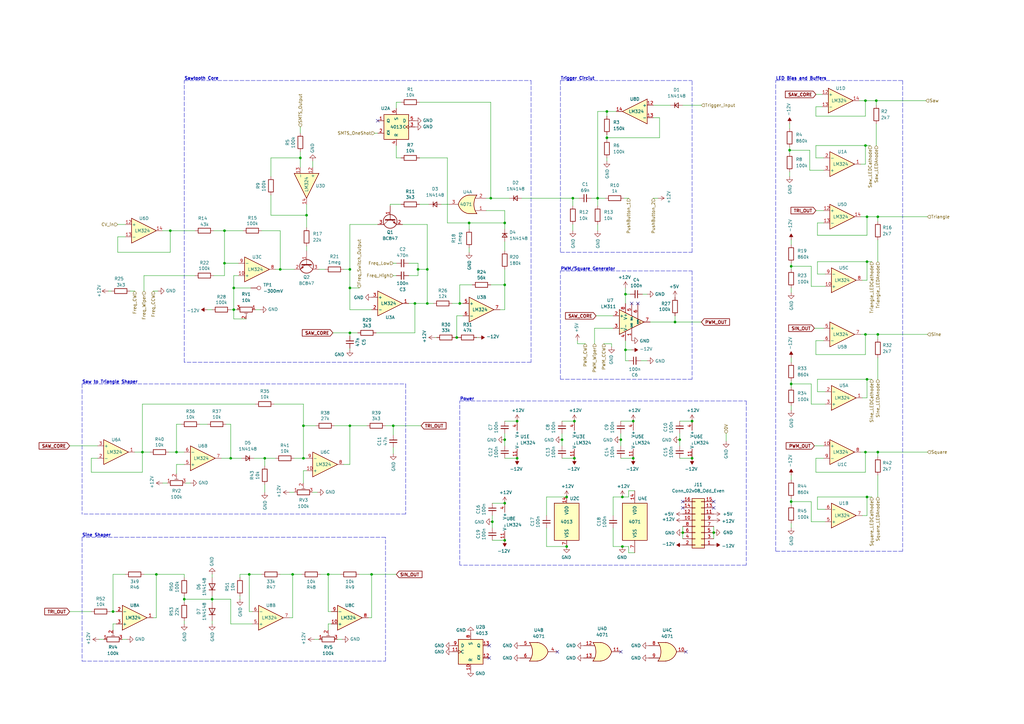
<source format=kicad_sch>
(kicad_sch (version 20211123) (generator eeschema)
  (paper "A3")
  (junction (at 64.135 235.585))
  (junction (at 92.075 94.615))
  (junction (at 102.235 235.585))
  (junction (at 245.11 81.28))
  (junction (at 292.735 218.44))
  (junction (at 170.18 124.46))
  (junction (at 248.92 45.72))
  (junction (at 58.42 185.42))
  (junction (at 123.19 64.77))
  (junction (at 354.965 41.275))
  (junction (at 161.29 174.625))
  (junction (at 232.41 203.835))
  (junction (at 143.51 174.625))
  (junction (at 259.715 172.72))
  (junction (at 360.045 137.16))
  (junction (at 276.86 132.08))
  (junction (at 143.51 118.11))
  (junction (at 360.045 185.42))
  (junction (at 207.01 180.34))
  (junction (at 86.995 245.745))
  (junction (at 254.635 180.34))
  (junction (at 283.845 187.96))
  (junction (at 280.035 218.44))
  (junction (at 355.6 155.575))
  (junction (at 192.405 91.44))
  (junction (at 324.485 205.74))
  (junction (at 95.885 127))
  (junction (at 143.51 110.49))
  (junction (at 354.965 185.42))
  (junction (at 175.26 124.46))
  (junction (at 72.39 185.42))
  (junction (at 201.295 81.28))
  (junction (at 230.505 180.34))
  (junction (at 143.51 136.525))
  (junction (at 201.93 213.995))
  (junction (at 355.6 107.315))
  (junction (at 94.615 187.96))
  (junction (at 360.045 88.9))
  (junction (at 114.935 110.49))
  (junction (at 92.075 107.95))
  (junction (at 95.885 118.11))
  (junction (at 125.73 88.265))
  (junction (at 207.01 116.84))
  (junction (at 324.485 157.48))
  (junction (at 234.95 81.28))
  (junction (at 152.4 235.585))
  (junction (at 75.565 245.745))
  (junction (at 134.62 235.585))
  (junction (at 235.585 187.96))
  (junction (at 207.01 91.44))
  (junction (at 120.015 235.585))
  (junction (at 255.27 224.155))
  (junction (at 323.85 61.595))
  (junction (at 256.54 120.65))
  (junction (at 212.09 187.96))
  (junction (at 256.54 143.51))
  (junction (at 354.965 59.69))
  (junction (at 232.41 224.155))
  (junction (at 207.01 206.375))
  (junction (at 283.845 172.72))
  (junction (at 359.41 41.275))
  (junction (at 255.27 203.835))
  (junction (at 355.6 88.9))
  (junction (at 248.92 56.515))
  (junction (at 235.585 172.72))
  (junction (at 171.45 110.49))
  (junction (at 188.595 124.46))
  (junction (at 354.965 137.16))
  (junction (at 108.585 187.96))
  (junction (at 207.01 221.615))
  (junction (at 278.765 180.34))
  (junction (at 69.85 94.615))
  (junction (at 212.09 172.72))
  (junction (at 46.355 250.825))
  (junction (at 259.715 187.96))
  (junction (at 355.6 203.835))
  (junction (at 324.485 109.22))
  (junction (at 187.325 138.43))
  (junction (at 175.26 110.49))
  (junction (at 124.46 187.96))
  (junction (at 124.46 174.625))
  (no_connect (at 280.035 208.28))
  (no_connect (at 292.735 208.28))
  (no_connect (at 228.6 267.335))
  (no_connect (at 200.66 269.875))
  (no_connect (at 281.305 267.335))
  (no_connect (at 254.635 267.335))
  (no_connect (at 261.62 124.46))
  (no_connect (at 280.035 205.74))
  (no_connect (at 259.08 124.46))
  (no_connect (at 292.735 205.74))
  (no_connect (at 154.94 49.53))
  (no_connect (at 200.66 264.795))
  (wire (pts (xy 46.355 250.825) (xy 47.625 250.825)))
  (wire (pts (xy 104.775 127) (xy 106.68 127)))
  (wire (pts (xy 125.73 83.82) (xy 125.73 88.265)))
  (wire (pts (xy 359.41 50.8) (xy 359.41 59.69)))
  (wire (pts (xy 260.35 201.295) (xy 257.81 201.295)))
  (wire (pts (xy 324.485 98.425) (xy 324.485 100.33)))
  (wire (pts (xy 248.92 64.77) (xy 248.92 66.04)))
  (wire (pts (xy 360.045 185.42) (xy 380.365 185.42)))
  (wire (pts (xy 355.6 163.195) (xy 353.695 163.195)))
  (wire (pts (xy 118.745 201.93) (xy 120.65 201.93)))
  (wire (pts (xy 254.635 177.8) (xy 254.635 180.34)))
  (wire (pts (xy 355.6 155.575) (xy 355.6 163.195)))
  (wire (pts (xy 257.81 201.295) (xy 257.81 203.835)))
  (wire (pts (xy 337.82 139.7) (xy 334.645 139.7)))
  (wire (pts (xy 114.935 110.49) (xy 120.65 110.49)))
  (wire (pts (xy 187.325 129.54) (xy 187.325 138.43)))
  (wire (pts (xy 143.51 190.5) (xy 140.97 190.5)))
  (wire (pts (xy 323.85 61.595) (xy 323.85 62.865)))
  (wire (pts (xy 251.46 203.835) (xy 251.46 211.455)))
  (wire (pts (xy 28.575 250.825) (xy 37.465 250.825)))
  (wire (pts (xy 152.4 253.365) (xy 151.13 253.365)))
  (wire (pts (xy 245.11 92.075) (xy 245.11 94.615)))
  (wire (pts (xy 256.54 120.65) (xy 256.54 124.46)))
  (wire (pts (xy 92.075 113.03) (xy 92.075 107.95)))
  (wire (pts (xy 244.475 129.54) (xy 251.46 129.54)))
  (wire (pts (xy 66.675 94.615) (xy 69.85 94.615)))
  (wire (pts (xy 355.6 203.835) (xy 355.6 211.455)))
  (wire (pts (xy 257.81 203.835) (xy 255.27 203.835)))
  (wire (pts (xy 276.86 132.08) (xy 287.655 132.08)))
  (wire (pts (xy 28.575 182.88) (xy 40.005 182.88)))
  (wire (pts (xy 53.34 119.38) (xy 55.245 119.38)))
  (wire (pts (xy 335.28 96.52) (xy 355.6 96.52)))
  (wire (pts (xy 188.595 124.46) (xy 189.865 124.46)))
  (wire (pts (xy 188.595 124.46) (xy 188.595 116.84)))
  (wire (pts (xy 46.355 235.585) (xy 46.355 250.825)))
  (wire (pts (xy 160.02 83.82) (xy 160.02 84.455)))
  (wire (pts (xy 108.585 187.96) (xy 113.03 187.96)))
  (wire (pts (xy 334.645 193.675) (xy 354.965 193.675)))
  (wire (pts (xy 207.01 177.8) (xy 207.01 180.34)))
  (polyline (pts (xy 229.87 103.505) (xy 283.845 103.505)))
  (wire (pts (xy 207.01 99.06) (xy 207.01 102.87)))
  (wire (pts (xy 164.465 41.91) (xy 162.56 41.91)))
  (wire (pts (xy 69.85 103.505) (xy 69.85 94.615)))
  (wire (pts (xy 94.615 173.99) (xy 94.615 187.96)))
  (wire (pts (xy 260.35 226.695) (xy 257.81 226.695)))
  (wire (pts (xy 324.485 205.74) (xy 332.74 205.74)))
  (polyline (pts (xy 283.845 111.125) (xy 283.845 155.575)))
  (wire (pts (xy 124.46 187.96) (xy 124.46 174.625)))
  (wire (pts (xy 64.135 253.365) (xy 62.865 253.365)))
  (wire (pts (xy 248.92 47.625) (xy 248.92 45.72)))
  (wire (pts (xy 172.085 41.91) (xy 201.295 41.91)))
  (wire (pts (xy 338.455 112.395) (xy 335.28 112.395)))
  (wire (pts (xy 143.51 142.875) (xy 143.51 143.51)))
  (wire (pts (xy 192.405 91.44) (xy 192.405 93.98)))
  (wire (pts (xy 283.845 172.72) (xy 278.765 172.72)))
  (wire (pts (xy 143.51 118.11) (xy 143.51 110.49)))
  (wire (pts (xy 354.965 59.69) (xy 354.965 67.31)))
  (wire (pts (xy 256.54 118.11) (xy 256.54 120.65)))
  (polyline (pts (xy 33.655 157.48) (xy 33.655 210.82)))
  (wire (pts (xy 158.115 174.625) (xy 161.29 174.625)))
  (wire (pts (xy 51.435 235.585) (xy 46.355 235.585)))
  (wire (pts (xy 251.46 216.535) (xy 251.46 224.155)))
  (wire (pts (xy 323.85 61.595) (xy 332.105 61.595)))
  (wire (pts (xy 257.81 226.695) (xy 257.81 224.155)))
  (wire (pts (xy 267.97 81.28) (xy 269.875 81.28)))
  (wire (pts (xy 245.11 81.28) (xy 248.285 81.28)))
  (wire (pts (xy 161.29 183.515) (xy 161.29 186.055)))
  (wire (pts (xy 355.6 203.835) (xy 357.505 203.835)))
  (wire (pts (xy 207.01 86.36) (xy 199.39 86.36)))
  (wire (pts (xy 64.135 235.585) (xy 64.135 253.365)))
  (wire (pts (xy 324.485 107.95) (xy 324.485 109.22)))
  (wire (pts (xy 86.995 245.745) (xy 86.995 244.475)))
  (wire (pts (xy 111.125 64.77) (xy 123.19 64.77)))
  (wire (pts (xy 186.69 138.43) (xy 187.325 138.43)))
  (wire (pts (xy 134.62 255.905) (xy 134.62 258.445)))
  (wire (pts (xy 337.82 187.96) (xy 334.645 187.96)))
  (wire (pts (xy 335.28 91.44) (xy 335.28 96.52)))
  (wire (pts (xy 337.82 91.44) (xy 335.28 91.44)))
  (wire (pts (xy 359.41 41.275) (xy 379.73 41.275)))
  (wire (pts (xy 270.51 48.26) (xy 270.51 56.515)))
  (wire (pts (xy 175.26 92.075) (xy 175.26 110.49)))
  (wire (pts (xy 265.43 120.65) (xy 263.525 120.65)))
  (wire (pts (xy 86.995 245.745) (xy 94.615 245.745)))
  (wire (pts (xy 324.485 205.74) (xy 324.485 207.01)))
  (wire (pts (xy 355.6 96.52) (xy 355.6 88.9)))
  (wire (pts (xy 213.995 81.28) (xy 234.95 81.28)))
  (wire (pts (xy 232.41 203.835) (xy 224.155 203.835)))
  (wire (pts (xy 360.045 88.9) (xy 380.365 88.9)))
  (wire (pts (xy 50.165 262.255) (xy 52.07 262.255)))
  (wire (pts (xy 235.585 172.72) (xy 230.505 172.72)))
  (wire (pts (xy 224.155 216.535) (xy 224.155 224.155)))
  (wire (pts (xy 338.455 160.655) (xy 335.28 160.655)))
  (wire (pts (xy 113.03 110.49) (xy 114.935 110.49)))
  (wire (pts (xy 207.01 86.36) (xy 207.01 91.44)))
  (wire (pts (xy 170.18 124.46) (xy 167.64 124.46)))
  (polyline (pts (xy 318.135 226.06) (xy 318.135 33.02)))
  (wire (pts (xy 335.28 112.395) (xy 335.28 107.315)))
  (wire (pts (xy 123.19 64.77) (xy 123.19 62.23)))
  (wire (pts (xy 161.29 113.03) (xy 162.56 113.03)))
  (wire (pts (xy 92.71 173.99) (xy 94.615 173.99)))
  (wire (pts (xy 37.465 187.96) (xy 37.465 193.675)))
  (wire (pts (xy 335.28 208.915) (xy 335.28 203.835)))
  (wire (pts (xy 172.085 64.77) (xy 183.515 64.77)))
  (wire (pts (xy 276.86 129.54) (xy 276.86 132.08)))
  (wire (pts (xy 355.6 155.575) (xy 357.505 155.575)))
  (wire (pts (xy 324.485 118.11) (xy 324.485 120.015)))
  (wire (pts (xy 120.015 253.365) (xy 118.745 253.365)))
  (wire (pts (xy 207.01 91.44) (xy 207.01 93.98)))
  (wire (pts (xy 86.995 254.635) (xy 86.995 255.905)))
  (wire (pts (xy 51.435 97.155) (xy 48.26 97.155)))
  (wire (pts (xy 152.4 127) (xy 143.51 127)))
  (wire (pts (xy 171.45 110.49) (xy 171.45 107.95)))
  (wire (pts (xy 255.905 81.28) (xy 257.81 81.28)))
  (wire (pts (xy 254.635 187.96) (xy 259.715 187.96)))
  (wire (pts (xy 44.45 119.38) (xy 45.72 119.38)))
  (wire (pts (xy 72.39 194.31) (xy 72.39 190.5)))
  (wire (pts (xy 114.935 94.615) (xy 114.935 110.49)))
  (wire (pts (xy 37.465 193.675) (xy 58.42 193.675)))
  (wire (pts (xy 201.93 211.455) (xy 201.93 213.995)))
  (wire (pts (xy 337.185 43.815) (xy 334.645 43.815)))
  (polyline (pts (xy 75.565 148.59) (xy 75.565 33.02)))
  (wire (pts (xy 324.485 146.685) (xy 324.485 148.59)))
  (polyline (pts (xy 188.595 231.775) (xy 188.595 164.465)))
  (wire (pts (xy 323.85 50.8) (xy 323.85 52.705)))
  (wire (pts (xy 125.73 88.265) (xy 125.73 93.345)))
  (wire (pts (xy 334.645 145.415) (xy 354.965 145.415)))
  (wire (pts (xy 175.26 124.46) (xy 177.8 124.46)))
  (wire (pts (xy 139.7 235.585) (xy 134.62 235.585)))
  (wire (pts (xy 355.6 107.315) (xy 355.6 114.935)))
  (wire (pts (xy 207.01 187.96) (xy 212.09 187.96)))
  (wire (pts (xy 75.565 245.745) (xy 75.565 247.015)))
  (wire (pts (xy 267.97 43.18) (xy 274.955 43.18)))
  (wire (pts (xy 280.035 215.9) (xy 280.035 218.44)))
  (wire (pts (xy 107.315 235.585) (xy 102.235 235.585)))
  (wire (pts (xy 183.515 64.77) (xy 183.515 91.44)))
  (wire (pts (xy 248.92 55.245) (xy 248.92 56.515)))
  (wire (pts (xy 292.735 218.44) (xy 292.735 220.98)))
  (wire (pts (xy 255.27 203.835) (xy 251.46 203.835)))
  (wire (pts (xy 195.58 138.43) (xy 196.215 138.43)))
  (wire (pts (xy 324.485 156.21) (xy 324.485 157.48)))
  (wire (pts (xy 201.93 213.995) (xy 201.93 216.535)))
  (wire (pts (xy 124.46 174.625) (xy 129.54 174.625)))
  (wire (pts (xy 164.465 64.77) (xy 162.56 64.77)))
  (wire (pts (xy 256.54 147.955) (xy 257.81 147.955)))
  (wire (pts (xy 245.11 45.72) (xy 245.11 81.28)))
  (wire (pts (xy 192.405 103.505) (xy 192.405 101.6)))
  (wire (pts (xy 123.19 68.58) (xy 123.19 64.77)))
  (wire (pts (xy 324.485 166.37) (xy 324.485 168.275)))
  (wire (pts (xy 111.125 88.265) (xy 125.73 88.265)))
  (wire (pts (xy 171.45 110.49) (xy 175.26 110.49)))
  (wire (pts (xy 324.485 194.945) (xy 324.485 196.85)))
  (polyline (pts (xy 33.655 271.145) (xy 158.115 271.145)))
  (wire (pts (xy 189.865 129.54) (xy 187.325 129.54)))
  (wire (pts (xy 64.135 235.585) (xy 59.055 235.585)))
  (wire (pts (xy 178.435 138.43) (xy 179.07 138.43)))
  (wire (pts (xy 87.63 113.03) (xy 92.075 113.03)))
  (wire (pts (xy 134.62 255.905) (xy 135.89 255.905)))
  (wire (pts (xy 128.27 201.93) (xy 130.175 201.93)))
  (wire (pts (xy 131.445 235.585) (xy 134.62 235.585)))
  (wire (pts (xy 212.09 172.72) (xy 207.01 172.72)))
  (polyline (pts (xy 158.115 271.145) (xy 158.115 220.345)))
  (wire (pts (xy 120.015 235.585) (xy 114.935 235.585)))
  (wire (pts (xy 136.525 136.525) (xy 143.51 136.525)))
  (wire (pts (xy 128.905 262.255) (xy 130.81 262.255)))
  (wire (pts (xy 354.965 67.31) (xy 353.06 67.31)))
  (wire (pts (xy 354.965 59.69) (xy 356.87 59.69)))
  (wire (pts (xy 152.4 235.585) (xy 147.32 235.585)))
  (wire (pts (xy 332.74 109.22) (xy 332.74 117.475)))
  (wire (pts (xy 87.63 94.615) (xy 92.075 94.615)))
  (wire (pts (xy 324.485 109.22) (xy 332.74 109.22)))
  (polyline (pts (xy 166.37 157.48) (xy 166.37 210.82)))
  (wire (pts (xy 69.215 185.42) (xy 72.39 185.42)))
  (wire (pts (xy 332.105 61.595) (xy 332.105 69.85)))
  (wire (pts (xy 334.01 182.88) (xy 337.82 182.88)))
  (wire (pts (xy 248.92 45.72) (xy 245.11 45.72)))
  (wire (pts (xy 81.915 173.99) (xy 85.09 173.99)))
  (wire (pts (xy 75.565 244.475) (xy 75.565 245.745)))
  (wire (pts (xy 258.445 120.65) (xy 256.54 120.65)))
  (wire (pts (xy 201.295 116.84) (xy 207.01 116.84)))
  (wire (pts (xy 230.505 187.96) (xy 235.585 187.96)))
  (wire (pts (xy 360.045 137.16) (xy 380.365 137.16)))
  (wire (pts (xy 58.42 185.42) (xy 61.595 185.42)))
  (wire (pts (xy 167.64 113.03) (xy 171.45 113.03)))
  (wire (pts (xy 134.62 250.825) (xy 135.89 250.825)))
  (polyline (pts (xy 229.87 111.125) (xy 283.845 111.125)))
  (wire (pts (xy 108.585 187.96) (xy 108.585 191.135)))
  (wire (pts (xy 334.645 139.7) (xy 334.645 145.415)))
  (wire (pts (xy 188.595 116.84) (xy 193.675 116.84)))
  (wire (pts (xy 250.825 140.97) (xy 250.825 142.24)))
  (wire (pts (xy 108.585 198.755) (xy 108.585 201.93)))
  (wire (pts (xy 267.97 48.26) (xy 270.51 48.26)))
  (wire (pts (xy 45.085 250.825) (xy 46.355 250.825)))
  (wire (pts (xy 360.045 107.315) (xy 360.045 98.425)))
  (wire (pts (xy 259.08 143.51) (xy 256.54 143.51)))
  (wire (pts (xy 355.6 107.315) (xy 357.505 107.315)))
  (wire (pts (xy 153.67 54.61) (xy 154.94 54.61)))
  (wire (pts (xy 98.425 245.745) (xy 98.425 244.475)))
  (wire (pts (xy 170.18 136.525) (xy 154.305 136.525)))
  (wire (pts (xy 332.74 157.48) (xy 332.74 165.735)))
  (wire (pts (xy 124.46 165.735) (xy 112.395 165.735)))
  (polyline (pts (xy 370.205 226.06) (xy 318.135 226.06)))
  (wire (pts (xy 128.27 68.58) (xy 128.27 66.04)))
  (polyline (pts (xy 33.655 220.345) (xy 33.655 271.145)))
  (wire (pts (xy 124.46 198.12) (xy 124.46 193.04)))
  (wire (pts (xy 95.885 130.81) (xy 95.885 127)))
  (polyline (pts (xy 306.07 164.465) (xy 306.07 231.775)))
  (wire (pts (xy 58.42 193.675) (xy 58.42 185.42)))
  (wire (pts (xy 123.19 54.61) (xy 123.19 52.07)))
  (wire (pts (xy 175.26 124.46) (xy 170.18 124.46)))
  (wire (pts (xy 92.075 94.615) (xy 92.075 107.95)))
  (wire (pts (xy 236.855 140.97) (xy 240.03 140.97)))
  (wire (pts (xy 334.01 134.62) (xy 337.82 134.62)))
  (wire (pts (xy 236.855 139.7) (xy 236.855 140.97)))
  (polyline (pts (xy 229.87 33.02) (xy 229.87 103.505)))
  (polyline (pts (xy 370.205 33.02) (xy 370.205 226.06)))
  (wire (pts (xy 161.29 174.625) (xy 172.72 174.625)))
  (wire (pts (xy 69.85 94.615) (xy 80.01 94.615)))
  (wire (pts (xy 94.615 127) (xy 95.885 127)))
  (wire (pts (xy 104.775 165.735) (xy 58.42 165.735)))
  (wire (pts (xy 134.62 235.585) (xy 134.62 250.825)))
  (wire (pts (xy 332.105 69.85) (xy 337.82 69.85)))
  (wire (pts (xy 100.965 130.81) (xy 95.885 130.81)))
  (polyline (pts (xy 306.07 231.775) (xy 188.595 231.775)))
  (wire (pts (xy 297.815 177.8) (xy 297.815 180.975)))
  (wire (pts (xy 102.235 235.585) (xy 102.235 250.825)))
  (wire (pts (xy 256.54 143.51) (xy 256.54 139.7)))
  (wire (pts (xy 262.89 147.955) (xy 265.43 147.955)))
  (wire (pts (xy 95.885 113.03) (xy 95.885 118.11)))
  (polyline (pts (xy 158.115 220.345) (xy 33.655 220.345)))
  (wire (pts (xy 40.64 262.255) (xy 42.545 262.255)))
  (wire (pts (xy 138.43 262.255) (xy 140.335 262.255)))
  (polyline (pts (xy 229.87 33.02) (xy 283.845 33.02)))
  (wire (pts (xy 338.455 208.915) (xy 335.28 208.915)))
  (wire (pts (xy 207.01 116.84) (xy 207.01 127)))
  (wire (pts (xy 64.135 235.585) (xy 75.565 235.585)))
  (wire (pts (xy 152.4 235.585) (xy 152.4 253.365)))
  (wire (pts (xy 72.39 173.99) (xy 74.295 173.99)))
  (wire (pts (xy 207.01 110.49) (xy 207.01 116.84)))
  (wire (pts (xy 143.51 174.625) (xy 143.51 190.5)))
  (polyline (pts (xy 229.87 155.575) (xy 229.87 111.125)))
  (wire (pts (xy 354.965 185.42) (xy 360.045 185.42)))
  (wire (pts (xy 104.14 187.96) (xy 108.585 187.96)))
  (wire (pts (xy 165.1 92.075) (xy 175.26 92.075)))
  (wire (pts (xy 102.235 250.825) (xy 103.505 250.825)))
  (wire (pts (xy 323.85 70.485) (xy 323.85 72.39)))
  (wire (pts (xy 75.565 245.745) (xy 86.995 245.745)))
  (polyline (pts (xy 318.135 33.02) (xy 370.205 33.02)))
  (wire (pts (xy 154.94 92.075) (xy 143.51 92.075)))
  (wire (pts (xy 360.045 137.16) (xy 360.045 139.065)))
  (wire (pts (xy 360.045 146.685) (xy 360.045 155.575)))
  (wire (pts (xy 172.085 83.82) (xy 175.895 83.82)))
  (wire (pts (xy 334.645 43.815) (xy 334.645 47.625)))
  (wire (pts (xy 234.95 84.455) (xy 234.95 81.28)))
  (wire (pts (xy 335.28 107.315) (xy 355.6 107.315)))
  (wire (pts (xy 254.635 180.34) (xy 254.635 182.88)))
  (wire (pts (xy 94.615 187.96) (xy 90.805 187.96)))
  (wire (pts (xy 324.485 109.22) (xy 324.485 110.49)))
  (wire (pts (xy 86.995 245.745) (xy 86.995 247.015)))
  (wire (pts (xy 353.06 137.16) (xy 354.965 137.16)))
  (wire (pts (xy 124.46 174.625) (xy 124.46 165.735)))
  (wire (pts (xy 354.965 137.16) (xy 360.045 137.16)))
  (wire (pts (xy 332.74 213.995) (xy 338.455 213.995)))
  (wire (pts (xy 259.715 172.72) (xy 254.635 172.72)))
  (wire (pts (xy 137.16 174.625) (xy 143.51 174.625)))
  (wire (pts (xy 146.685 136.525) (xy 143.51 136.525)))
  (wire (pts (xy 248.92 45.72) (xy 252.73 45.72)))
  (wire (pts (xy 353.06 185.42) (xy 354.965 185.42)))
  (wire (pts (xy 75.565 254.635) (xy 75.565 255.905)))
  (wire (pts (xy 180.975 83.82) (xy 184.15 83.82)))
  (wire (pts (xy 360.045 194.945) (xy 360.045 203.835)))
  (wire (pts (xy 324.485 157.48) (xy 324.485 158.75)))
  (wire (pts (xy 160.02 83.82) (xy 164.465 83.82)))
  (wire (pts (xy 355.6 211.455) (xy 353.695 211.455)))
  (wire (pts (xy 64.77 119.38) (xy 62.865 119.38)))
  (wire (pts (xy 143.51 118.11) (xy 147.32 118.11)))
  (polyline (pts (xy 283.845 103.505) (xy 283.845 33.02)))
  (wire (pts (xy 335.28 203.835) (xy 355.6 203.835)))
  (wire (pts (xy 242.57 81.28) (xy 245.11 81.28)))
  (wire (pts (xy 120.015 235.585) (xy 120.015 253.365)))
  (wire (pts (xy 334.645 59.69) (xy 354.965 59.69)))
  (wire (pts (xy 98.425 236.855) (xy 98.425 235.585)))
  (wire (pts (xy 324.485 157.48) (xy 332.74 157.48)))
  (wire (pts (xy 143.51 174.625) (xy 150.495 174.625)))
  (wire (pts (xy 334.645 86.36) (xy 337.82 86.36)))
  (wire (pts (xy 332.74 165.735) (xy 338.455 165.735)))
  (wire (pts (xy 248.92 56.515) (xy 270.51 56.515)))
  (polyline (pts (xy 188.595 164.465) (xy 306.07 164.465)))
  (wire (pts (xy 187.325 138.43) (xy 187.96 138.43)))
  (wire (pts (xy 355.6 88.9) (xy 353.06 88.9)))
  (wire (pts (xy 124.46 193.04) (xy 125.73 193.04)))
  (wire (pts (xy 224.155 224.155) (xy 232.41 224.155)))
  (wire (pts (xy 40.005 187.96) (xy 37.465 187.96)))
  (wire (pts (xy 207.01 206.375) (xy 201.93 206.375)))
  (wire (pts (xy 152.4 235.585) (xy 162.56 235.585)))
  (wire (pts (xy 332.74 117.475) (xy 338.455 117.475)))
  (wire (pts (xy 280.035 218.44) (xy 280.035 220.98)))
  (wire (pts (xy 256.54 143.51) (xy 256.54 147.955)))
  (wire (pts (xy 355.6 88.9) (xy 360.045 88.9)))
  (wire (pts (xy 120.015 235.585) (xy 123.825 235.585)))
  (wire (pts (xy 130.81 110.49) (xy 133.35 110.49)))
  (wire (pts (xy 98.425 235.585) (xy 102.235 235.585)))
  (wire (pts (xy 245.11 84.455) (xy 245.11 81.28)))
  (wire (pts (xy 278.765 177.8) (xy 278.765 180.34)))
  (wire (pts (xy 323.85 60.325) (xy 323.85 61.595)))
  (polyline (pts (xy 283.845 155.575) (xy 229.87 155.575)))
  (wire (pts (xy 140.97 110.49) (xy 143.51 110.49)))
  (wire (pts (xy 95.885 113.03) (xy 97.79 113.03)))
  (wire (pts (xy 94.615 255.905) (xy 103.505 255.905)))
  (wire (pts (xy 335.28 155.575) (xy 355.6 155.575)))
  (wire (pts (xy 170.18 124.46) (xy 170.18 136.525)))
  (wire (pts (xy 247.65 140.97) (xy 250.825 140.97)))
  (wire (pts (xy 86.995 235.585) (xy 86.995 236.855)))
  (wire (pts (xy 125.73 100.965) (xy 125.73 102.87)))
  (wire (pts (xy 335.28 160.655) (xy 335.28 155.575)))
  (wire (pts (xy 354.965 193.675) (xy 354.965 185.42)))
  (wire (pts (xy 354.965 41.275) (xy 352.425 41.275)))
  (wire (pts (xy 92.075 94.615) (xy 99.695 94.615)))
  (wire (pts (xy 201.93 221.615) (xy 207.01 221.615)))
  (wire (pts (xy 183.515 91.44) (xy 192.405 91.44)))
  (wire (pts (xy 48.26 103.505) (xy 69.85 103.505)))
  (wire (pts (xy 354.965 41.275) (xy 359.41 41.275)))
  (wire (pts (xy 94.615 245.745) (xy 94.615 255.905)))
  (polyline (pts (xy 217.805 148.59) (xy 75.565 148.59)))
  (wire (pts (xy 201.295 81.28) (xy 208.915 81.28)))
  (wire (pts (xy 334.645 47.625) (xy 354.965 47.625)))
  (wire (pts (xy 95.885 118.11) (xy 102.87 118.11)))
  (wire (pts (xy 337.82 64.77) (xy 334.645 64.77)))
  (wire (pts (xy 75.565 235.585) (xy 75.565 236.855)))
  (wire (pts (xy 324.485 204.47) (xy 324.485 205.74)))
  (wire (pts (xy 280.035 43.18) (xy 287.655 43.18)))
  (wire (pts (xy 360.045 88.9) (xy 360.045 90.805)))
  (wire (pts (xy 171.45 107.95) (xy 167.64 107.95)))
  (wire (pts (xy 175.26 110.49) (xy 175.26 124.46)))
  (polyline (pts (xy 217.805 33.02) (xy 217.805 148.59)))
  (wire (pts (xy 162.56 107.95) (xy 161.29 107.95)))
  (wire (pts (xy 192.405 91.44) (xy 207.01 91.44)))
  (wire (pts (xy 143.51 136.525) (xy 143.51 137.795)))
  (wire (pts (xy 257.81 224.155) (xy 255.27 224.155)))
  (wire (pts (xy 201.295 81.28) (xy 201.295 41.91)))
  (wire (pts (xy 278.765 180.34) (xy 278.765 182.88)))
  (wire (pts (xy 48.26 97.155) (xy 48.26 103.505)))
  (wire (pts (xy 59.055 113.03) (xy 80.01 113.03)))
  (wire (pts (xy 111.125 88.265) (xy 111.125 80.01)))
  (wire (pts (xy 248.92 56.515) (xy 248.92 57.15)))
  (wire (pts (xy 94.615 187.96) (xy 99.06 187.96)))
  (wire (pts (xy 59.055 113.03) (xy 59.055 119.38)))
  (wire (pts (xy 46.355 255.905) (xy 46.355 258.445)))
  (wire (pts (xy 72.39 185.42) (xy 72.39 173.99)))
  (wire (pts (xy 92.075 107.95) (xy 97.79 107.95)))
  (wire (pts (xy 205.105 127) (xy 207.01 127)))
  (wire (pts (xy 72.39 190.5) (xy 75.565 190.5)))
  (wire (pts (xy 243.84 134.62) (xy 251.46 134.62)))
  (polyline (pts (xy 166.37 210.82) (xy 33.655 210.82)))
  (wire (pts (xy 46.355 255.905) (xy 47.625 255.905)))
  (wire (pts (xy 278.765 187.96) (xy 283.845 187.96)))
  (wire (pts (xy 95.885 127) (xy 97.155 127)))
  (wire (pts (xy 185.42 124.46) (xy 188.595 124.46)))
  (polyline (pts (xy 33.655 157.48) (xy 166.37 157.48)))
  (wire (pts (xy 230.505 177.8) (xy 230.505 180.34)))
  (wire (pts (xy 354.965 47.625) (xy 354.965 41.275)))
  (wire (pts (xy 355.6 114.935) (xy 353.695 114.935)))
  (wire (pts (xy 58.42 185.42) (xy 55.245 185.42)))
  (wire (pts (xy 334.645 38.735) (xy 337.185 38.735)))
  (wire (pts (xy 224.155 203.835) (xy 224.155 211.455)))
  (wire (pts (xy 143.51 92.075) (xy 143.51 110.49)))
  (polyline (pts (xy 75.565 33.02) (xy 217.805 33.02)))
  (wire (pts (xy 72.39 185.42) (xy 75.565 185.42)))
  (wire (pts (xy 234.95 81.28) (xy 237.49 81.28)))
  (wire (pts (xy 162.56 64.77) (xy 162.56 59.69)))
  (wire (pts (xy 243.84 134.62) (xy 243.84 140.97)))
  (wire (pts (xy 48.26 92.075) (xy 51.435 92.075)))
  (wire (pts (xy 230.505 180.34) (xy 230.505 182.88)))
  (wire (pts (xy 251.46 224.155) (xy 255.27 224.155)))
  (wire (pts (xy 334.645 187.96) (xy 334.645 193.675)))
  (wire (pts (xy 332.74 205.74) (xy 332.74 213.995)))
  (wire (pts (xy 95.885 118.11) (xy 95.885 127)))
  (wire (pts (xy 360.045 185.42) (xy 360.045 187.325)))
  (wire (pts (xy 359.41 41.275) (xy 359.41 43.18)))
  (wire (pts (xy 85.09 127) (xy 86.995 127)))
  (wire (pts (xy 161.29 174.625) (xy 161.29 178.435)))
  (wire (pts (xy 120.65 187.96) (xy 124.46 187.96)))
  (wire (pts (xy 111.125 72.39) (xy 111.125 64.77)))
  (wire (pts (xy 354.965 145.415) (xy 354.965 137.16)))
  (wire (pts (xy 234.95 92.075) (xy 234.95 94.615)))
  (wire (pts (xy 107.315 94.615) (xy 114.935 94.615)))
  (wire (pts (xy 207.01 180.34) (xy 207.01 182.88)))
  (wire (pts (xy 143.51 127) (xy 143.51 118.11)))
  (wire (pts (xy 124.46 187.96) (xy 125.73 187.96)))
  (wire (pts (xy 292.735 215.9) (xy 292.735 218.44)))
  (wire (pts (xy 66.675 198.12) (xy 68.58 198.12)))
  (wire (pts (xy 324.485 214.63) (xy 324.485 216.535)))
  (wire (pts (xy 199.39 81.28) (xy 201.295 81.28)))
  (wire (pts (xy 266.7 132.08) (xy 276.86 132.08)))
  (wire (pts (xy 334.645 64.77) (xy 334.645 59.69)))
  (wire (pts (xy 162.56 41.91) (xy 162.56 44.45)))
  (wire (pts (xy 58.42 165.735) (xy 58.42 185.42)))
  (wire (pts (xy 76.2 198.12) (xy 78.105 198.12)))
  (wire (pts (xy 171.45 113.03) (xy 171.45 110.49)))
  (text "Trigger Circiut" (at 229.87 33.02 0) (effects (font (size 1.27 1.27) (thickness 0.254) bold) (justify left bottom)))
  (text "LED Bias and Buffers" (at 318.135 33.02 0) (effects (font (size 1.27 1.27) bold) (justify left bottom)))
  (text "Sawtooth Core" (at 75.565 33.02 0) (effects (font (size 1.27 1.27) (thickness 0.254) bold) (justify left bottom)))
  (text "Power" (at 188.595 164.465 0) (effects (font (size 1.27 1.27) bold) (justify left bottom)))
  (text "PWM/Square Generator" (at 229.87 111.125 0) (effects (font (size 1.27 1.27) (thickness 0.254) bold) (justify left bottom)))
  (text "Saw to Triangle Shaper" (at 33.655 157.48 0) (effects (font (size 1.27 1.27) (thickness 0.254) bold) (justify left bottom)))
  (text "Sine Shaper" (at 33.655 220.345 0) (effects (font (size 1.27 1.27) (thickness 0.254) bold) (justify left bottom)))
  (global_label "TRI_OUT" (shape input) (at 334.645 86.36 180) (effects (font (thickness 0.254) bold)) (property "Intersheet References" "${INTERSHEET_REFS}" (effects hide)))
  (global_label "TRI_OUT" (shape input) (at 28.575 250.825 180) (effects (font (thickness 0.254) bold)) (property "Intersheet References" "${INTERSHEET_REFS}" (effects hide)))
  (global_label "SAW_CORE" (shape input) (at 244.475 129.54 180) (effects (font (thickness 0.254) bold)) (property "Intersheet References" "${INTERSHEET_REFS}" (effects hide)))
  (global_label "SIN_OUT" (shape input) (at 162.56 235.585 0) (effects (font (thickness 0.254) bold)) (property "Intersheet References" "${INTERSHEET_REFS}" (effects hide)))
  (global_label "TRI_OUT" (shape input) (at 172.72 174.625 0) (effects (font (thickness 0.254) bold)) (property "Intersheet References" "${INTERSHEET_REFS}" (effects hide)))
  (global_label "SAW_CORE" (shape input) (at 136.525 136.525 180) (effects (font (thickness 0.254) bold)) (property "Intersheet References" "${INTERSHEET_REFS}" (effects hide)))
  (global_label "PWM_OUT" (shape input) (at 334.01 182.88 180) (effects (font (thickness 0.254) bold)) (property "Intersheet References" "${INTERSHEET_REFS}" (effects hide)))
  (global_label "SAW_CORE" (shape input) (at 28.575 182.88 180) (effects (font (thickness 0.254) bold)) (property "Intersheet References" "${INTERSHEET_REFS}" (effects hide)))
  (global_label "SAW_CORE" (shape input) (at 334.645 38.735 180) (effects (font (thickness 0.254) bold)) (property "Intersheet References" "${INTERSHEET_REFS}" (effects hide)))
  (global_label "SIN_OUT" (shape input) (at 334.01 134.62 180) (effects (font (thickness 0.254) bold)) (property "Intersheet References" "${INTERSHEET_REFS}" (effects hide)))
  (global_label "PWM_OUT" (shape input) (at 287.655 132.08 0) (effects (font (thickness 0.254) bold)) (property "Intersheet References" "${INTERSHEET_REFS}" (effects hide)))
  (hierarchical_label "Freq_Wiper" (shape input) (at 59.055 119.38 270))
  (hierarchical_label "Square_LEDAnode" (shape input) (at 360.045 203.835 270))
  (hierarchical_label "PWM_CW" (shape input) (at 240.03 140.97 270))
  (hierarchical_label "Saw_LEDCathode" (shape input) (at 356.87 59.69 270))
  (hierarchical_label "Sine_LEDAnode" (shape input) (at 360.045 155.575 270))
  (hierarchical_label "Freq_CCW" (shape input) (at 62.865 119.38 270))
  (hierarchical_label "SMTS_OneShot" (shape input) (at 153.67 54.61 180))
  (hierarchical_label "Triangle_LEDAnode" (shape input) (at 360.045 107.315 270))
  (hierarchical_label "Triangle" (shape input) (at 380.365 88.9 0))
  (hierarchical_label "Saw_LEDAnode" (shape input) (at 359.41 59.69 270))
  (hierarchical_label "Triangle_LEDCathode" (shape input) (at 357.505 107.315 270))
  (hierarchical_label "PWM_CCW" (shape input) (at 247.65 140.97 270))
  (hierarchical_label "Square_LEDCathode" (shape input) (at 357.505 203.835 270))
  (hierarchical_label "Sine" (shape input) (at 380.365 137.16 0))
  (hierarchical_label "0V" (shape input) (at 297.815 177.8 90))
  (hierarchical_label "PushButton_2" (shape input) (at 267.97 81.28 270))
  (hierarchical_label "Saw" (shape input) (at 379.73 41.275 0))
  (hierarchical_label "Trigger_input" (shape input) (at 287.655 43.18 0))
  (hierarchical_label "Freq_High" (shape input) (at 161.29 113.03 180))
  (hierarchical_label "Freq_Low" (shape input) (at 161.29 107.95 180))
  (hierarchical_label "PWM_Wiper" (shape input) (at 243.84 140.97 270))
  (hierarchical_label "Sine_LEDCathode" (shape input) (at 357.505 155.575 270))
  (hierarchical_label "Square" (shape input) (at 380.365 185.42 0))
  (hierarchical_label "PushButton_1" (shape input) (at 257.81 81.28 270))
  (hierarchical_label "Freq_CW" (shape input) (at 55.245 119.38 270))
  (hierarchical_label "Freq_Switch_Output" (shape input) (at 147.32 118.11 90))
  (hierarchical_label "SMTS_Output" (shape input) (at 123.19 52.07 90))
  (hierarchical_label "CV_in" (shape input) (at 48.26 92.075 180))
  (symbol (lib_id "Device:D") (at 86.995 250.825 90) (unit 1)
    (property "Reference" "D7" (at 81.4832 250.825 0))
    (property "Value" "1N4148" (at 83.7946 250.825 0))
    (property "Footprint" "Diode_SMD:D_1206_3216Metric" (effects hide))
  )
  (symbol (lib_id "power:GND") (at 213.36 269.875 270) (unit 1)
    (property "Reference" "#PWR081" (effects hide))
    (property "Value" "GND" (at 210.185 269.8749 90) (effects (justify right)))
  )
  (symbol (lib_id "4xxx:4071") (at 220.98 267.335 0) (unit 2)
    (property "Reference" "U4" (at 220.98 258.445 0))
    (property "Value" "4071" (at 220.98 260.985 0))
    (property "Footprint" "Package_SO:SOIC-14_3.9x8.7mm_P1.27mm" (effects hide))
    (property "Datasheet" "http://www.intersil.com/content/dam/Intersil/documents/cd40/cd4071bms-72bms-75bms.pdf" (effects hide))
  )
  (symbol (lib_id "Device:R") (at 116.84 187.96 270) (unit 1)
    (property "Reference" "R41" (at 116.84 182.7022 90))
    (property "Value" "10k" (at 116.84 185.0136 90))
    (property "Footprint" "Resistor_SMD:R_1206_3216Metric" (effects hide))
  )
  (symbol (lib_id "Device:R") (at 103.505 94.615 270) (unit 1)
    (property "Reference" "R15" (at 103.505 89.3572 90))
    (property "Value" "100k" (at 103.505 91.6686 90))
    (property "Footprint" "Resistor_SMD:R_1206_3216Metric" (effects hide))
  )
  (symbol (lib_id "Device:R") (at 324.485 114.3 180) (unit 1)
    (property "Reference" "R23" (at 327.025 113.0299 0) (effects (justify right)))
    (property "Value" "100k" (at 327.025 115.5699 0) (effects (justify right)))
    (property "Footprint" "Resistor_SMD:R_1206_3216Metric" (effects hide))
  )
  (symbol (lib_id "Device:R_Potentiometer_Trim") (at 46.355 262.255 90) (unit 1)
    (property "Reference" "RV4" (at 46.355 265.43 90))
    (property "Value" "100k" (at 46.355 267.97 90))
    (property "Footprint" "Potentiometer_SMD:Potentiometer_Bourns_TC33X_Vertical" (effects hide))
  )
  (symbol (lib_id "power:GND") (at 265.43 147.955 90) (mirror x) (unit 1)
    (property "Reference" "#PWR029" (effects hide))
    (property "Value" "GND" (at 268.6812 148.082 90) (effects (justify right)))
  )
  (symbol (lib_id "Device:C_Small") (at 201.93 219.075 0) (unit 1)
    (property "Reference" "C19" (at 196.1134 219.075 90))
    (property "Value" "100n" (at 198.4248 219.075 90))
    (property "Footprint" "Capacitor_SMD:C_1206_3216Metric" (effects hide))
  )
  (symbol (lib_id "4xxx:4071") (at 273.685 267.335 0) (unit 3)
    (property "Reference" "U4" (at 273.685 258.445 0))
    (property "Value" "4071" (at 273.685 260.985 0))
    (property "Footprint" "Package_SO:SOIC-14_3.9x8.7mm_P1.27mm" (effects hide))
    (property "Datasheet" "http://www.intersil.com/content/dam/Intersil/documents/cd40/cd4071bms-72bms-75bms.pdf" (effects hide))
  )
  (symbol (lib_id "Device:R") (at 197.485 116.84 270) (unit 1)
    (property "Reference" "R24" (at 197.485 111.5822 90))
    (property "Value" "56k" (at 197.485 113.8936 90))
    (property "Footprint" "Resistor_SMD:R_1206_3216Metric" (effects hide))
  )
  (symbol (lib_id "power:-12V") (at 292.735 223.52 270) (unit 1)
    (property "Reference" "#PWR064" (effects hide))
    (property "Value" "-12V" (at 295.9862 223.901 90) (effects (justify left)))
  )
  (symbol (lib_id "power:GND") (at 255.27 224.155 0) (unit 1)
    (property "Reference" "#PWR066" (effects hide))
    (property "Value" "GND" (at 257.175 228.6 0) (effects (justify right)))
  )
  (symbol (lib_id "Device:R") (at 65.405 185.42 270) (unit 1)
    (property "Reference" "R40" (at 65.405 180.1622 90))
    (property "Value" "10k" (at 65.405 182.4736 90))
    (property "Footprint" "Resistor_SMD:R_1206_3216Metric" (effects hide))
  )
  (symbol (lib_id "Device:C_Small") (at 224.155 213.995 0) (unit 1)
    (property "Reference" "C17" (at 218.3384 213.995 90))
    (property "Value" "100n" (at 220.6498 213.995 90))
    (property "Footprint" "Capacitor_SMD:C_1206_3216Metric" (effects hide))
  )
  (symbol (lib_id "Device:R") (at 150.495 136.525 90) (mirror x) (unit 1)
    (property "Reference" "R29" (at 150.495 131.2672 90))
    (property "Value" "3k3" (at 150.495 133.5786 90))
    (property "Footprint" "Resistor_SMD:R_1206_3216Metric" (effects hide))
  )
  (symbol (lib_id "Device:R") (at 324.485 162.56 180) (unit 1)
    (property "Reference" "R34" (at 327.025 161.2899 0) (effects (justify right)))
    (property "Value" "100k" (at 327.025 163.8299 0) (effects (justify right)))
    (property "Footprint" "Resistor_SMD:R_1206_3216Metric" (effects hide))
  )
  (symbol (lib_id "power:+12V") (at 269.875 81.28 270) (mirror x) (unit 1)
    (property "Reference" "#PWR07" (effects hide))
    (property "Value" "+12V" (at 274.2692 80.899 0))
  )
  (symbol (lib_id "Device:R") (at 111.125 235.585 270) (unit 1)
    (property "Reference" "R47" (at 111.125 240.8428 90))
    (property "Value" "33k" (at 111.125 238.5314 90))
    (property "Footprint" "Resistor_SMD:R_1206_3216Metric" (effects hide))
  )
  (symbol (lib_id "Device:R") (at 168.275 64.77 270) (unit 1)
    (property "Reference" "R7" (at 168.275 59.5122 90))
    (property "Value" "10k" (at 168.275 61.8236 90))
    (property "Footprint" "Resistor_SMD:R_1206_3216Metric" (effects hide))
  )
  (symbol (lib_id "Transistor_BJT:BC847") (at 160.02 89.535 90) (mirror x) (unit 1)
    (property "Reference" "Q1" (at 160.02 95.25 90))
    (property "Value" "BC847" (at 160.02 97.79 90))
    (property "Footprint" "Package_TO_SOT_SMD:SOT-23" (effects hide))
    (property "Datasheet" "http://www.infineon.com/dgdl/Infineon-BC847SERIES_BC848SERIES_BC849SERIES_BC850SERIES-DS-v01_01-en.pdf?fileId=db3a304314dca389011541d4630a1657" (effects hide))
  )
  (symbol (lib_id "power:GND") (at 128.27 66.04 180) (unit 1)
    (property "Reference" "#PWR04" (effects hide))
    (property "Value" "GND" (at 128.143 62.7888 90) (effects (justify right)))
  )
  (symbol (lib_id "power:-12V") (at 259.08 143.51 270) (mirror x) (unit 1)
    (property "Reference" "#PWR027" (effects hide))
    (property "Value" "-12V" (at 262.3312 143.129 90) (effects (justify left)))
  )
  (symbol (lib_id "Amplifier_Operational:LM324") (at 160.02 124.46 0) (unit 1)
    (property "Reference" "U3" (at 160.02 130.175 0))
    (property "Value" "LM324" (at 159.385 124.46 0))
    (property "Footprint" "Package_SO:SOIC-14_3.9x8.7mm_P1.27mm" (effects hide))
    (property "Datasheet" "http://www.ti.com/lit/ds/symlink/lm2902-n.pdf" (effects hide))
  )
  (symbol (lib_id "Device:C_Small") (at 254.635 175.26 0) (unit 1)
    (property "Reference" "C9" (at 248.8184 175.26 90))
    (property "Value" "100n" (at 251.1298 175.26 90))
    (property "Footprint" "Capacitor_SMD:C_1206_3216Metric" (effects hide))
  )
  (symbol (lib_id "power:GND") (at 170.18 49.53 90) (unit 1)
    (property "Reference" "#PWR01" (effects hide))
    (property "Value" "GND" (at 173.4312 49.403 90) (effects (justify right)))
  )
  (symbol (lib_id "Device:C_Small") (at 260.35 147.955 90) (unit 1)
    (property "Reference" "C6" (at 260.35 153.7716 90))
    (property "Value" "100n" (at 260.35 151.4602 90))
    (property "Footprint" "Capacitor_SMD:C_1206_3216Metric" (effects hide))
  )
  (symbol (lib_id "Device:C_Small") (at 278.765 175.26 0) (unit 1)
    (property "Reference" "C10" (at 272.9484 175.26 90))
    (property "Value" "100n" (at 275.2598 175.26 90))
    (property "Footprint" "Capacitor_SMD:C_1206_3216Metric" (effects hide))
  )
  (symbol (lib_id "Amplifier_Operational:LM324") (at 238.125 180.34 0) (unit 5)
    (property "Reference" "U3" (at 236.22 179.0699 0) (effects (justify left)))
    (property "Value" "LM324" (at 236.22 181.6099 0) (effects (justify left)))
    (property "Footprint" "Package_SO:SOIC-14_3.9x8.7mm_P1.27mm" (effects hide))
    (property "Datasheet" "http://www.ti.com/lit/ds/symlink/lm2902-n.pdf" (effects hide))
  )
  (symbol (lib_id "Amplifier_Operational:LM324") (at 344.805 41.275 0) (unit 4)
    (property "Reference" "U1" (at 344.805 36.195 0))
    (property "Value" "LM324" (at 344.17 41.275 0))
    (property "Footprint" "Package_SO:SOIC-14_3.9x8.7mm_P1.27mm" (effects hide))
    (property "Datasheet" "http://www.ti.com/lit/ds/symlink/lm2902-n.pdf" (effects hide))
  )
  (symbol (lib_id "power:+12V") (at 235.585 172.72 0) (unit 1)
    (property "Reference" "#PWR032" (effects hide))
    (property "Value" "+12V" (at 235.966 168.3258 0))
  )
  (symbol (lib_id "power:GND") (at 86.995 255.905 0) (unit 1)
    (property "Reference" "#PWR070" (effects hide))
    (property "Value" "GND" (at 87.122 259.1562 90) (effects (justify right)))
  )
  (symbol (lib_id "power:GND") (at 192.405 103.505 0) (unit 1)
    (property "Reference" "#PWR011" (effects hide))
    (property "Value" "GND" (at 192.532 106.7562 90) (effects (justify right)))
  )
  (symbol (lib_id "power:-12V") (at 196.215 138.43 270) (mirror x) (unit 1)
    (property "Reference" "#PWR022" (effects hide))
    (property "Value" "-12V" (at 199.4662 138.049 90) (effects (justify left)))
  )
  (symbol (lib_id "power:-12V") (at 323.85 50.8 0) (mirror y) (unit 1)
    (property "Reference" "#PWR02" (effects hide))
    (property "Value" "-12V" (at 323.469 47.5488 90) (effects (justify left)))
  )
  (symbol (lib_id "Device:D") (at 86.995 240.665 90) (unit 1)
    (property "Reference" "D6" (at 81.4832 240.665 0))
    (property "Value" "1N4148" (at 83.7946 240.665 0))
    (property "Footprint" "Diode_SMD:D_1206_3216Metric" (effects hide))
  )
  (symbol (lib_id "Amplifier_Operational:LM324") (at 125.73 76.2 270) (unit 4)
    (property "Reference" "U3" (at 131.445 76.2 90))
    (property "Value" "LM324" (at 125.73 75.565 0))
    (property "Footprint" "Package_SO:SOIC-14_3.9x8.7mm_P1.27mm" (effects hide))
    (property "Datasheet" "http://www.ti.com/lit/ds/symlink/lm2902-n.pdf" (effects hide))
  )
  (symbol (lib_id "power:+5V") (at 280.035 210.82 90) (mirror x) (unit 1)
    (property "Reference" "#PWR054" (effects hide))
    (property "Value" "+5V" (at 274.32 210.82 90))
  )
  (symbol (lib_id "Amplifier_Operational:LM324") (at 345.44 88.9 0) (unit 4)
    (property "Reference" "U5" (at 345.44 83.82 0))
    (property "Value" "LM324" (at 344.805 88.9 0))
    (property "Footprint" "Package_SO:SOIC-14_3.9x8.7mm_P1.27mm" (effects hide))
    (property "Datasheet" "http://www.ti.com/lit/ds/symlink/lm2902-n.pdf" (effects hide))
  )
  (symbol (lib_id "Device:R") (at 323.85 66.675 180) (unit 1)
    (property "Reference" "R8" (at 326.39 65.4049 0) (effects (justify right)))
    (property "Value" "100k" (at 326.39 67.9449 0) (effects (justify right)))
    (property "Footprint" "Resistor_SMD:R_1206_3216Metric" (effects hide))
  )
  (symbol (lib_id "Amplifier_Operational:LM324") (at 345.44 185.42 0) (unit 3)
    (property "Reference" "U1" (at 345.44 190.5 0))
    (property "Value" "LM324" (at 344.805 185.42 0))
    (property "Footprint" "Package_SO:SOIC-14_3.9x8.7mm_P1.27mm" (effects hide))
    (property "Datasheet" "http://www.ti.com/lit/ds/symlink/lm2902-n.pdf" (effects hide))
  )
  (symbol (lib_id "power:GND") (at 130.175 201.93 90) (unit 1)
    (property "Reference" "#PWR050" (effects hide))
    (property "Value" "GND" (at 133.4262 201.803 90) (effects (justify right)))
  )
  (symbol (lib_id "Device:R") (at 324.485 200.66 180) (unit 1)
    (property "Reference" "R44" (at 327.025 199.3899 0) (effects (justify right)))
    (property "Value" "860k" (at 327.025 201.9299 0) (effects (justify right)))
    (property "Footprint" "Resistor_SMD:R_1206_3216Metric" (effects hide))
  )
  (symbol (lib_id "4xxx:4013") (at 193.04 267.335 0) (unit 2)
    (property "Reference" "U2" (at 195.0594 257.175 0) (effects (justify left)))
    (property "Value" "4013" (at 195.0594 259.715 0) (effects (justify left)))
    (property "Footprint" "Package_SO:SOIC-14_3.9x8.7mm_P1.27mm" (effects hide))
    (property "Datasheet" "http://www.onsemi.com/pub/Collateral/MC14013B-D.PDF" (effects hide))
  )
  (symbol (lib_id "power:GND") (at 52.07 262.255 90) (unit 1)
    (property "Reference" "#PWR073" (effects hide))
    (property "Value" "GND" (at 55.3212 262.128 90) (effects (justify right)))
  )
  (symbol (lib_id "Device:R") (at 90.805 127 270) (unit 1)
    (property "Reference" "R28" (at 90.805 121.7422 90))
    (property "Value" "100k" (at 90.805 124.0536 90))
    (property "Footprint" "Resistor_SMD:R_1206_3216Metric" (effects hide))
  )
  (symbol (lib_id "power:+12V") (at 259.715 172.72 0) (unit 1)
    (property "Reference" "#PWR033" (effects hide))
    (property "Value" "+12V" (at 260.096 168.3258 0))
  )
  (symbol (lib_id "power:GND") (at 324.485 168.275 0) (unit 1)
    (property "Reference" "#PWR030" (effects hide))
    (property "Value" "GND" (at 324.612 171.5262 90) (effects (justify right)))
  )
  (symbol (lib_id "Device:R") (at 83.82 94.615 90) (unit 1)
    (property "Reference" "R14" (at 85.09 89.535 90) (effects (justify left)))
    (property "Value" "43k" (at 85.725 92.075 90) (effects (justify left)))
    (property "Footprint" "Resistor_SMD:R_1206_3216Metric" (effects hide))
  )
  (symbol (lib_id "power:GND") (at 230.505 180.34 270) (unit 1)
    (property "Reference" "#PWR036" (effects hide))
    (property "Value" "GND" (at 227.2538 180.467 90) (effects (justify right)))
  )
  (symbol (lib_id "power:+12V") (at 118.745 201.93 90) (unit 1)
    (property "Reference" "#PWR049" (effects hide))
    (property "Value" "+12V" (at 114.3508 201.549 0))
  )
  (symbol (lib_id "Device:R") (at 88.9 173.99 270) (unit 1)
    (property "Reference" "R37" (at 88.9 168.7322 90))
    (property "Value" "10k" (at 88.9 171.0436 90))
    (property "Footprint" "Resistor_SMD:R_1206_3216Metric" (effects hide))
  )
  (symbol (lib_id "power:-12V") (at 280.035 223.52 90) (unit 1)
    (property "Reference" "#PWR063" (effects hide))
    (property "Value" "-12V" (at 276.7838 223.139 90) (effects (justify left)))
  )
  (symbol (lib_id "4xxx:4071") (at 260.35 213.995 0) (unit 5)
    (property "Reference" "U4" (at 261.62 204.47 0) (effects (justify left)))
    (property "Value" "4071" (at 257.81 213.995 0) (effects (justify left)))
    (property "Footprint" "Package_SO:SOIC-14_3.9x8.7mm_P1.27mm" (effects hide))
    (property "Datasheet" "http://www.intersil.com/content/dam/Intersil/documents/cd40/cd4071bms-72bms-75bms.pdf" (effects hide))
  )
  (symbol (lib_id "power:+12V") (at 232.41 203.835 0) (unit 1)
    (property "Reference" "#PWR051" (effects hide))
    (property "Value" "+12V" (at 232.791 199.4408 0))
  )
  (symbol (lib_id "power:+12V") (at 178.435 138.43 90) (unit 1)
    (property "Reference" "#PWR021" (effects hide))
    (property "Value" "+12V" (at 174.0408 138.049 0))
  )
  (symbol (lib_id "Device:R") (at 154.305 174.625 270) (unit 1)
    (property "Reference" "R39" (at 154.305 169.3672 90))
    (property "Value" "3k3" (at 154.305 171.6786 90))
    (property "Footprint" "Resistor_SMD:R_1206_3216Metric" (effects hide))
  )
  (symbol (lib_id "Amplifier_Operational:LM324") (at 55.245 253.365 0) (mirror x) (unit 1)
    (property "Reference" "U8" (at 55.245 248.285 0))
    (property "Value" "LM324" (at 54.61 253.365 0))
    (property "Footprint" "Package_SO:SOIC-14_3.9x8.7mm_P1.27mm" (effects hide))
    (property "Datasheet" "http://www.ti.com/lit/ds/symlink/lm2902-n.pdf" (effects hide))
  )
  (symbol (lib_id "power:GND") (at 266.065 264.795 270) (unit 1)
    (property "Reference" "#PWR079" (effects hide))
    (property "Value" "GND" (at 262.89 264.7949 90) (effects (justify right)))
  )
  (symbol (lib_id "Device:D_Small") (at 277.495 43.18 0) (unit 1)
    (property "Reference" "D1" (at 277.495 36.83 0))
    (property "Value" "1N4148" (at 277.495 39.37 0))
    (property "Footprint" "Diode_SMD:D_1206_3216Metric" (effects hide))
  )
  (symbol (lib_id "Amplifier_Operational:LM324") (at 83.185 187.96 0) (mirror x) (unit 2)
    (property "Reference" "U6" (at 83.185 182.88 0))
    (property "Value" "LM324" (at 82.55 187.96 0))
    (property "Footprint" "Package_SO:SOIC-14_3.9x8.7mm_P1.27mm" (effects hide))
    (property "Datasheet" "http://www.ti.com/lit/ds/symlink/lm2902-n.pdf" (effects hide))
  )
  (symbol (lib_id "Device:R") (at 192.405 97.79 180) (unit 1)
    (property "Reference" "R18" (at 186.055 97.79 90))
    (property "Value" "1meg" (at 188.595 97.79 90))
    (property "Footprint" "Resistor_SMD:R_1206_3216Metric" (effects hide))
  )
  (symbol (lib_id "Device:C_Small") (at 165.1 113.03 270) (unit 1)
    (property "Reference" "C3" (at 165.1 118.745 90))
    (property "Value" "100n" (at 165.1 116.205 90))
    (property "Footprint" "Capacitor_SMD:C_1206_3216Metric" (effects hide))
  )
  (symbol (lib_id "Device:R") (at 252.095 81.28 270) (unit 1)
    (property "Reference" "R10" (at 252.095 76.0222 90))
    (property "Value" "1k" (at 252.095 78.3336 90))
    (property "Footprint" "Resistor_SMD:R_1206_3216Metric" (effects hide))
  )
  (symbol (lib_id "Device:C_Small") (at 201.93 208.915 0) (unit 1)
    (property "Reference" "C16" (at 196.1134 208.915 90))
    (property "Value" "100n" (at 198.4248 208.915 90))
    (property "Footprint" "Capacitor_SMD:C_1206_3216Metric" (effects hide))
  )
  (symbol (lib_id "Device:R") (at 360.045 191.135 180) (unit 1)
    (property "Reference" "R42" (at 361.95 189.8649 0) (effects (justify right)))
    (property "Value" "2k7" (at 361.95 192.4049 0) (effects (justify right)))
    (property "Footprint" "Resistor_SMD:R_1206_3216Metric" (effects hide))
  )
  (symbol (lib_id "Amplifier_Operational:LM324") (at 346.075 163.195 0) (mirror x) (unit 1)
    (property "Reference" "U5" (at 346.075 158.115 0))
    (property "Value" "LM324" (at 345.44 163.195 0))
    (property "Footprint" "Package_SO:SOIC-14_3.9x8.7mm_P1.27mm" (effects hide))
    (property "Datasheet" "http://www.ti.com/lit/ds/symlink/lm2902-n.pdf" (effects hide))
  )
  (symbol (lib_id "4xxx:4071") (at 191.77 83.82 180) (unit 1)
    (property "Reference" "U4" (at 191.77 78.74 0))
    (property "Value" "4071" (at 191.135 83.82 0))
    (property "Footprint" "Package_SO:SOIC-14_3.9x8.7mm_P1.27mm" (effects hide))
    (property "Datasheet" "http://www.intersil.com/content/dam/Intersil/documents/cd40/cd4071bms-72bms-75bms.pdf" (effects hide))
  )
  (symbol (lib_id "power:+12V") (at 255.27 203.835 0) (unit 1)
    (property "Reference" "#PWR052" (effects hide))
    (property "Value" "+12V" (at 255.651 199.4408 0))
  )
  (symbol (lib_id "power:GND") (at 250.825 142.24 0) (mirror y) (unit 1)
    (property "Reference" "#PWR025" (effects hide))
    (property "Value" "GND" (at 250.698 145.4912 90) (effects (justify right)))
  )
  (symbol (lib_id "4xxx:4071") (at 247.015 267.335 0) (unit 4)
    (property "Reference" "U4" (at 247.015 257.81 0))
    (property "Value" "4071" (at 247.015 260.35 0))
    (property "Footprint" "Package_SO:SOIC-14_3.9x8.7mm_P1.27mm" (effects hide))
    (property "Datasheet" "http://www.intersil.com/content/dam/Intersil/documents/cd40/cd4071bms-72bms-75bms.pdf" (effects hide))
  )
  (symbol (lib_id "power:GND") (at 324.485 120.015 0) (unit 1)
    (property "Reference" "#PWR015" (effects hide))
    (property "Value" "GND" (at 324.612 123.2662 90) (effects (justify right)))
  )
  (symbol (lib_id "power:+12V") (at 128.905 262.255 90) (unit 1)
    (property "Reference" "#PWR074" (effects hide))
    (property "Value" "+12V" (at 124.5108 261.874 0))
  )
  (symbol (lib_id "power:GND") (at 161.29 186.055 0) (unit 1)
    (property "Reference" "#PWR040" (effects hide))
    (property "Value" "GND" (at 161.417 189.3062 90) (effects (justify right)))
  )
  (symbol (lib_id "power:GND") (at 75.565 255.905 0) (unit 1)
    (property "Reference" "#PWR069" (effects hide))
    (property "Value" "GND" (at 75.692 259.1562 90) (effects (justify right)))
  )
  (symbol (lib_id "power:-12V") (at 324.485 98.425 0) (mirror y) (unit 1)
    (property "Reference" "#PWR010" (effects hide))
    (property "Value" "-12V" (at 324.104 95.1738 90) (effects (justify left)))
  )
  (symbol (lib_id "power:-12V") (at 324.485 146.685 0) (mirror y) (unit 1)
    (property "Reference" "#PWR028" (effects hide))
    (property "Value" "-12V" (at 324.104 143.4338 90) (effects (justify left)))
  )
  (symbol (lib_id "Device:R") (at 181.61 124.46 270) (unit 1)
    (property "Reference" "R26" (at 181.61 119.2022 90))
    (property "Value" "12k" (at 181.61 121.5136 90))
    (property "Footprint" "Resistor_SMD:R_1206_3216Metric" (effects hide))
  )
  (symbol (lib_id "power:-12V") (at 324.485 194.945 0) (mirror y) (unit 1)
    (property "Reference" "#PWR045" (effects hide))
    (property "Value" "-12V" (at 324.104 191.6938 90) (effects (justify left)))
  )
  (symbol (lib_id "power:GND") (at 239.395 264.795 270) (unit 1)
    (property "Reference" "#PWR078" (effects hide))
    (property "Value" "GND" (at 236.22 264.7949 90) (effects (justify right)))
  )
  (symbol (lib_id "Device:R") (at 168.275 83.82 270) (unit 1)
    (property "Reference" "R11" (at 168.275 78.5622 90))
    (property "Value" "3k3" (at 168.275 80.8736 90))
    (property "Footprint" "Resistor_SMD:R_1206_3216Metric" (effects hide))
  )
  (symbol (lib_id "Device:R") (at 324.485 152.4 180) (unit 1)
    (property "Reference" "R33" (at 327.025 151.1299 0) (effects (justify right)))
    (property "Value" "860k" (at 327.025 153.6699 0) (effects (justify right)))
    (property "Footprint" "Resistor_SMD:R_1206_3216Metric" (effects hide))
  )
  (symbol (lib_id "Device:R") (at 324.485 104.14 180) (unit 1)
    (property "Reference" "R19" (at 327.025 102.8699 0) (effects (justify right)))
    (property "Value" "860k" (at 327.025 105.4099 0) (effects (justify right)))
    (property "Footprint" "Resistor_SMD:R_1206_3216Metric" (effects hide))
  )
  (symbol (lib_id "Amplifier_Operational:LM324") (at 111.125 253.365 0) (mirror x) (unit 2)
    (property "Reference" "U8" (at 111.125 248.285 0))
    (property "Value" "LM324" (at 110.49 253.365 0))
    (property "Footprint" "Package_SO:SOIC-14_3.9x8.7mm_P1.27mm" (effects hide))
    (property "Datasheet" "http://www.ti.com/lit/ds/symlink/lm2902-n.pdf" (effects hide))
  )
  (symbol (lib_id "Device:R") (at 41.275 250.825 90) (unit 1)
    (property "Reference" "R52" (at 41.275 245.5672 90))
    (property "Value" "10k" (at 41.275 247.8786 90))
    (property "Footprint" "Resistor_SMD:R_1206_3216Metric" (effects hide))
  )
  (symbol (lib_id "Device:C_Small") (at 254.635 185.42 0) (unit 1)
    (property "Reference" "C14" (at 248.8184 185.42 90))
    (property "Value" "100n" (at 251.1298 185.42 90))
    (property "Footprint" "Capacitor_SMD:C_1206_3216Metric" (effects hide))
  )
  (symbol (lib_id "power:+12V") (at 283.845 172.72 0) (unit 1)
    (property "Reference" "#PWR034" (effects hide))
    (property "Value" "+12V" (at 284.226 168.3258 0))
  )
  (symbol (lib_id "power:-12V") (at 85.09 127 90) (mirror x) (unit 1)
    (property "Reference" "#PWR019" (effects hide))
    (property "Value" "-12V" (at 81.8388 127.381 90) (effects (justify left)))
  )
  (symbol (lib_id "Amplifier_Operational:LM324") (at 197.485 127 0) (unit 2)
    (property "Reference" "U3" (at 197.485 121.92 0))
    (property "Value" "LM324" (at 196.85 127 0))
    (property "Footprint" "Package_SO:SOIC-14_3.9x8.7mm_P1.27mm" (effects hide))
    (property "Datasheet" "http://www.ti.com/lit/ds/symlink/lm2902-n.pdf" (effects hide))
  )
  (symbol (lib_id "Device:C_Small") (at 207.01 175.26 0) (unit 1)
    (property "Reference" "C7" (at 201.1934 175.26 90))
    (property "Value" "100n" (at 203.5048 175.26 90))
    (property "Footprint" "Capacitor_SMD:C_1206_3216Metric" (effects hide))
  )
  (symbol (lib_id "Device:C_Small") (at 278.765 185.42 0) (unit 1)
    (property "Reference" "C15" (at 272.9484 185.42 90))
    (property "Value" "100n" (at 275.2598 185.42 90))
    (property "Footprint" "Capacitor_SMD:C_1206_3216Metric" (effects hide))
  )
  (symbol (lib_id "Device:C_Small") (at 230.505 185.42 0) (unit 1)
    (property "Reference" "C13" (at 224.6884 185.42 90))
    (property "Value" "100n" (at 226.9998 185.42 90))
    (property "Footprint" "Capacitor_SMD:C_1206_3216Metric" (effects hide))
  )
  (symbol (lib_id "Device:C_Small") (at 240.03 81.28 90) (unit 1)
    (property "Reference" "C1" (at 240.03 75.565 90))
    (property "Value" "69n" (at 240.03 78.105 90))
    (property "Footprint" "Capacitor_SMD:C_1206_3216Metric" (effects hide))
  )
  (symbol (lib_id "power:GND") (at 232.41 224.155 0) (unit 1)
    (property "Reference" "#PWR065" (effects hide))
    (property "Value" "GND" (at 234.315 228.6 0) (effects (justify right)))
  )
  (symbol (lib_id "Device:R_Potentiometer_Trim") (at 124.46 201.93 90) (unit 1)
    (property "Reference" "RV3" (at 124.46 205.105 90))
    (property "Value" "100k" (at 124.46 207.645 90))
    (property "Footprint" "Potentiometer_SMD:Potentiometer_Bourns_TC33X_Vertical" (effects hide))
  )
  (symbol (lib_id "Device:D_Small") (at 211.455 81.28 0) (unit 1)
    (property "Reference" "D2" (at 211.455 74.93 0))
    (property "Value" "1N4148" (at 211.455 77.47 0))
    (property "Footprint" "Diode_SMD:D_1206_3216Metric" (effects hide))
  )
  (symbol (lib_id "Device:R") (at 207.01 106.68 0) (unit 1)
    (property "Reference" "R20" (at 208.915 105.4099 0) (effects (justify left)))
    (property "Value" "180k" (at 208.915 107.9499 0) (effects (justify left)))
    (property "Footprint" "Resistor_SMD:R_1206_3216Metric" (effects hide))
  )
  (symbol (lib_id "Device:R") (at 276.86 125.73 0) (mirror y) (unit 1)
    (property "Reference" "R27" (at 275.082 124.5616 0) (effects (justify left)))
    (property "Value" "100k" (at 275.082 126.873 0) (effects (justify left)))
    (property "Footprint" "Resistor_SMD:R_1206_3216Metric" (effects hide))
  )
  (symbol (lib_id "Device:R") (at 360.045 142.875 180) (unit 1)
    (property "Reference" "R32" (at 361.95 141.6049 0) (effects (justify right)))
    (property "Value" "2k7" (at 361.95 144.1449 0) (effects (justify right)))
    (property "Footprint" "Resistor_SMD:R_1206_3216Metric" (effects hide))
  )
  (symbol (lib_id "Amplifier_Operational:LM324") (at 105.41 110.49 0) (mirror x) (unit 3)
    (property "Reference" "U3" (at 105.41 105.41 0))
    (property "Value" "LM324" (at 104.775 110.49 0))
    (property "Footprint" "Package_SO:SOIC-14_3.9x8.7mm_P1.27mm" (effects hide))
    (property "Datasheet" "http://www.ti.com/lit/ds/symlink/lm2902-n.pdf" (effects hide))
  )
  (symbol (lib_id "power:+12V") (at 212.09 172.72 0) (unit 1)
    (property "Reference" "#PWR031" (effects hide))
    (property "Value" "+12V" (at 212.471 168.3258 0))
  )
  (symbol (lib_id "Amplifier_Operational:LM324") (at 143.51 253.365 0) (mirror x) (unit 3)
    (property "Reference" "U8" (at 143.51 248.285 0))
    (property "Value" "LM324" (at 142.875 253.365 0))
    (property "Footprint" "Package_SO:SOIC-14_3.9x8.7mm_P1.27mm" (effects hide))
    (property "Datasheet" "http://www.ti.com/lit/ds/symlink/lm2902-n.pdf" (effects hide))
  )
  (symbol (lib_id "power:GND") (at 143.51 143.51 0) (mirror y) (unit 1)
    (property "Reference" "#PWR026" (effects hide))
    (property "Value" "GND" (at 137.16 145.415 0) (effects (justify right)))
  )
  (symbol (lib_id "Device:R") (at 234.95 88.265 0) (unit 1)
    (property "Reference" "R12" (at 237.49 86.9949 0) (effects (justify left)))
    (property "Value" "10k" (at 237.49 89.5349 0) (effects (justify left)))
    (property "Footprint" "Resistor_SMD:R_1206_3216Metric" (effects hide))
  )
  (symbol (lib_id "power:GND") (at 108.585 201.93 0) (unit 1)
    (property "Reference" "#PWR048" (effects hide))
    (property "Value" "GND" (at 108.712 205.1812 90) (effects (justify right)))
  )
  (symbol (lib_id "Amplifier_Operational:LM324") (at 214.63 180.34 0) (unit 5)
    (property "Reference" "U1" (at 213.36 179.0699 0) (effects (justify left)))
    (property "Value" "LM324" (at 213.36 181.6099 0) (effects (justify left)))
    (property "Footprint" "Package_SO:SOIC-14_3.9x8.7mm_P1.27mm" (effects hide))
    (property "Datasheet" "http://www.ti.com/lit/ds/symlink/lm2902-n.pdf" (effects hide))
  )
  (symbol (lib_id "Comparator:LM311") (at 259.08 132.08 0) (unit 1)
    (property "Reference" "U7" (at 248.92 123.19 0) (effects (justify left)))
    (property "Value" "LM311" (at 246.38 125.73 0) (effects (justify left)))
    (property "Footprint" "Package_SO:SOIC-8_3.9x4.9mm_P1.27mm" (effects hide))
    (property "Datasheet" "https://www.st.com/resource/en/datasheet/lm311.pdf" (effects hide))
  )
  (symbol (lib_id "power:GND") (at 185.42 264.795 270) (unit 1)
    (property "Reference" "#PWR076" (effects hide))
    (property "Value" "GND" (at 182.245 264.7949 90) (effects (justify right)))
  )
  (symbol (lib_id "Device:R") (at 323.85 56.515 180) (unit 1)
    (property "Reference" "R4" (at 326.39 55.2449 0) (effects (justify right)))
    (property "Value" "860k" (at 326.39 57.7849 0) (effects (justify right)))
    (property "Footprint" "Resistor_SMD:R_1206_3216Metric" (effects hide))
  )
  (symbol (lib_id "power:-12V") (at 212.09 187.96 180) (unit 1)
    (property "Reference" "#PWR041" (effects hide))
    (property "Value" "-12V" (at 211.709 192.3542 0))
  )
  (symbol (lib_id "Device:R") (at 168.275 41.91 270) (unit 1)
    (property "Reference" "R1" (at 168.275 36.6522 90))
    (property "Value" "10k" (at 168.275 38.9636 90))
    (property "Footprint" "Resistor_SMD:R_1206_3216Metric" (effects hide))
  )
  (symbol (lib_id "power:-12V") (at 235.585 187.96 180) (unit 1)
    (property "Reference" "#PWR042" (effects hide))
    (property "Value" "-12V" (at 235.204 192.3542 0))
  )
  (symbol (lib_id "Device:R") (at 55.245 235.585 270) (unit 1)
    (property "Reference" "R46" (at 55.245 240.8428 90))
    (property "Value" "3k9" (at 55.245 238.5314 90))
    (property "Footprint" "Resistor_SMD:R_1206_3216Metric" (effects hide))
  )
  (symbol (lib_id "Device:R_Potentiometer_Trim") (at 72.39 198.12 90) (unit 1)
    (property "Reference" "RV2" (at 72.39 201.295 90))
    (property "Value" "100k" (at 72.39 203.835 90))
    (property "Footprint" "Potentiometer_SMD:Potentiometer_Bourns_TC33X_Vertical" (effects hide))
  )
  (symbol (lib_id "power:GND") (at 297.815 180.975 0) (unit 1)
    (property "Reference" "#PWR039" (effects hide))
    (property "Value" "GND" (at 297.815 184.15 90) (effects (justify right)))
  )
  (symbol (lib_id "Device:R") (at 83.82 113.03 270) (unit 1)
    (property "Reference" "R22" (at 83.82 107.7722 90))
    (property "Value" "100k" (at 83.82 110.0836 90))
    (property "Footprint" "Resistor_SMD:R_1206_3216Metric" (effects hide))
  )
  (symbol (lib_id "Device:R") (at 127.635 235.585 270) (unit 1)
    (property "Reference" "R48" (at 127.635 240.8428 90))
    (property "Value" "10k" (at 127.635 238.5314 90))
    (property "Footprint" "Resistor_SMD:R_1206_3216Metric" (effects hide))
  )
  (symbol (lib_id "Connector:TestPoint") (at 102.87 118.11 270) (unit 1)
    (property "Reference" "TP1" (at 107.95 116.8399 90) (effects (justify left)))
    (property "Value" "-300mV" (at 107.95 119.3799 90) (effects (justify left)))
    (property "Footprint" "TestPoint:TestPoint_Pad_D3.0mm" (effects hide))
  )
  (symbol (lib_id "Device:R") (at 137.16 110.49 270) (unit 1)
    (property "Reference" "R21" (at 137.16 105.2322 90))
    (property "Value" "1meg" (at 137.16 107.5436 90))
    (property "Footprint" "Resistor_SMD:R_1206_3216Metric" (effects hide))
  )
  (symbol (lib_id "Device:C_Small") (at 230.505 175.26 0) (unit 1)
    (property "Reference" "C8" (at 224.6884 175.26 90))
    (property "Value" "100n" (at 226.9998 175.26 90))
    (property "Footprint" "Capacitor_SMD:C_1206_3216Metric" (effects hide))
  )
  (symbol (lib_id "Device:R") (at 182.88 138.43 270) (unit 1)
    (property "Reference" "R30" (at 182.88 133.1722 90))
    (property "Value" "33k" (at 182.88 135.4836 90))
    (property "Footprint" "Resistor_SMD:R_1206_3216Metric" (effects hide))
  )
  (symbol (lib_id "power:+5V") (at 292.735 210.82 270) (mirror x) (unit 1)
    (property "Reference" "#PWR055" (effects hide))
    (property "Value" "+5V" (at 298.45 210.82 90))
  )
  (symbol (lib_id "power:GND") (at 280.035 218.44 270) (unit 1)
    (property "Reference" "#PWR060" (effects hide))
    (property "Value" "GND" (at 276.7838 218.567 90) (effects (justify right)))
  )
  (symbol (lib_id "Device:R") (at 108.585 165.735 270) (unit 1)
    (property "Reference" "R35" (at 108.585 160.4772 90))
    (property "Value" "10k" (at 108.585 162.7886 90))
    (property "Footprint" "Resistor_SMD:R_1206_3216Metric" (effects hide))
  )
  (symbol (lib_id "power:GND") (at 193.04 259.715 0) (mirror x) (unit 1)
    (property "Reference" "#PWR071" (effects hide))
    (property "Value" "GND" (at 191.135 258.4449 0) (effects (justify right)))
  )
  (symbol (lib_id "power:+12V") (at 256.54 118.11 0) (mirror y) (unit 1)
    (property "Reference" "#PWR012" (effects hide))
    (property "Value" "+12V" (at 256.159 113.7158 0))
  )
  (symbol (lib_id "Amplifier_Operational:LM324") (at 260.35 45.72 0) (mirror y) (unit 4)
    (property "Reference" "U8" (at 260.35 40.64 0))
    (property "Value" "LM324" (at 260.985 45.72 0))
    (property "Footprint" "Package_SO:SOIC-14_3.9x8.7mm_P1.27mm" (effects hide))
    (property "Datasheet" "http://www.ti.com/lit/ds/symlink/lm2902-n.pdf" (effects hide))
  )
  (symbol (lib_id "power:GND") (at 86.995 235.585 180) (unit 1)
    (property "Reference" "#PWR067" (effects hide))
    (property "Value" "GND" (at 86.868 232.3338 90) (effects (justify right)))
  )
  (symbol (lib_id "Device:C_Small") (at 161.29 180.975 180) (unit 1)
    (property "Reference" "C11" (at 155.575 180.975 90))
    (property "Value" "47n" (at 158.115 180.975 90))
    (property "Footprint" "Capacitor_SMD:C_1206_3216Metric" (effects hide))
  )
  (symbol (lib_id "power:GND") (at 64.77 119.38 90) (unit 1)
    (property "Reference" "#PWR014" (effects hide))
    (property "Value" "GND" (at 68.0212 119.253 90) (effects (justify right)))
  )
  (symbol (lib_id "power:GND") (at 324.485 216.535 0) (unit 1)
    (property "Reference" "#PWR059" (effects hide))
    (property "Value" "GND" (at 324.612 219.7862 90) (effects (justify right)))
  )
  (symbol (lib_id "Amplifier_Operational:LM324") (at 346.075 211.455 0) (mirror x) (unit 2)
    (property "Reference" "U1" (at 346.075 206.375 0))
    (property "Value" "LM324" (at 345.44 211.455 0))
    (property "Footprint" "Package_SO:SOIC-14_3.9x8.7mm_P1.27mm" (effects hide))
    (property "Datasheet" "http://www.ti.com/lit/ds/symlink/lm2902-n.pdf" (effects hide))
  )
  (symbol (lib_id "Device:R") (at 75.565 240.665 180) (unit 1)
    (property "Reference" "R50" (at 70.3072 240.665 90))
    (property "Value" "100k" (at 72.6186 240.665 90))
    (property "Footprint" "Resistor_SMD:R_1206_3216Metric" (effects hide))
  )
  (symbol (lib_id "Device:R") (at 360.045 94.615 180) (unit 1)
    (property "Reference" "R16" (at 361.95 93.3449 0) (effects (justify right)))
    (property "Value" "2k7" (at 361.95 95.8849 0) (effects (justify right)))
    (property "Footprint" "Resistor_SMD:R_1206_3216Metric" (effects hide))
  )
  (symbol (lib_id "power:GND") (at 152.4 121.92 270) (unit 1)
    (property "Reference" "#PWR017" (effects hide))
    (property "Value" "GND" (at 149.1488 122.047 90) (effects (justify right)))
  )
  (symbol (lib_id "power:GND") (at 265.43 120.65 90) (mirror x) (unit 1)
    (property "Reference" "#PWR016" (effects hide))
    (property "Value" "GND" (at 268.605 120.65 90) (effects (justify right)))
  )
  (symbol (lib_id "Amplifier_Operational:LM324") (at 286.385 180.34 0) (unit 5)
    (property "Reference" "U6" (at 284.48 179.0699 0) (effects (justify left)))
    (property "Value" "LM324" (at 284.48 181.6099 0) (effects (justify left)))
    (property "Footprint" "Package_SO:SOIC-14_3.9x8.7mm_P1.27mm" (effects hide))
    (property "Datasheet" "http://www.ti.com/lit/ds/symlink/lm2902-n.pdf" (effects hide))
  )
  (symbol (lib_id "Device:C_Small") (at 260.985 120.65 270) (unit 1)
    (property "Reference" "C4" (at 260.985 114.8334 90))
    (property "Value" "100n" (at 260.985 117.1448 90))
    (property "Footprint" "Capacitor_SMD:C_1206_3216Metric" (effects hide))
  )
  (symbol (lib_id "power:GND") (at 213.36 264.795 270) (unit 1)
    (property "Reference" "#PWR077" (effects hide))
    (property "Value" "GND" (at 210.185 264.7949 90) (effects (justify right)))
  )
  (symbol (lib_id "power:GND") (at 259.08 139.7 90) (mirror x) (unit 1)
    (property "Reference" "#PWR024" (effects hide))
    (property "Value" "GND" (at 262.3312 139.827 90) (effects (justify right)))
  )
  (symbol (lib_id "power:GND") (at 98.425 245.745 0) (unit 1)
    (property "Reference" "#PWR068" (effects hide))
    (property "Value" "GND" (at 98.552 248.9962 90) (effects (justify right)))
  )
  (symbol (lib_id "Device:R") (at 359.41 46.99 180) (unit 1)
    (property "Reference" "R2" (at 361.315 45.7199 0) (effects (justify right)))
    (property "Value" "2k7" (at 361.315 48.2599 0) (effects (justify right)))
    (property "Footprint" "Resistor_SMD:R_1206_3216Metric" (effects hide))
  )
  (symbol (lib_id "4xxx:4013") (at 162.56 52.07 0) (mirror y) (unit 1)
    (property "Reference" "U2" (at 156.21 44.45 0) (effects (justify right)))
    (property "Value" "4013" (at 160.02 52.07 0) (effects (justify right)))
    (property "Footprint" "Package_SO:SOIC-14_3.9x8.7mm_P1.27mm" (effects hide))
    (property "Datasheet" "http://www.onsemi.com/pub/Collateral/MC14013B-D.PDF" (effects hide))
  )
  (symbol (lib_id "Device:R") (at 49.53 119.38 90) (unit 1)
    (property "Reference" "R25" (at 50.8 114.3 90) (effects (justify left)))
    (property "Value" "3k3" (at 51.435 116.84 90) (effects (justify left)))
    (property "Footprint" "Resistor_SMD:R_1206_3216Metric" (effects hide))
  )
  (symbol (lib_id "power:+12V") (at 292.735 213.36 270) (unit 1)
    (property "Reference" "#PWR057" (effects hide))
    (property "Value" "+12V" (at 295.9862 213.741 90) (effects (justify left)))
  )
  (symbol (lib_id "power:-12V") (at 259.715 187.96 180) (unit 1)
    (property "Reference" "#PWR043" (effects hide))
    (property "Value" "-12V" (at 259.334 192.3542 0))
  )
  (symbol (lib_id "Device:R") (at 248.92 51.435 0) (unit 1)
    (property "Reference" "R3" (at 251.46 50.1649 0) (effects (justify left)))
    (property "Value" "150k" (at 251.46 52.7049 0) (effects (justify left)))
    (property "Footprint" "Resistor_SMD:R_1206_3216Metric" (effects hide))
  )
  (symbol (lib_id "power:GND") (at 201.93 213.995 270) (unit 1)
    (property "Reference" "#PWR058" (effects hide))
    (property "Value" "GND" (at 198.6788 214.122 90) (effects (justify right)))
  )
  (symbol (lib_id "Device:R") (at 248.92 60.96 0) (unit 1)
    (property "Reference" "R6" (at 251.46 59.6899 0) (effects (justify left)))
    (property "Value" "100k" (at 251.46 62.2299 0) (effects (justify left)))
    (property "Footprint" "Resistor_SMD:R_1206_3216Metric" (effects hide))
  )
  (symbol (lib_id "Amplifier_Operational:LM324") (at 262.255 180.34 0) (unit 5)
    (property "Reference" "U5" (at 260.35 179.0699 0) (effects (justify left)))
    (property "Value" "LM324" (at 260.35 181.6099 0) (effects (justify left)))
    (property "Footprint" "Package_SO:SOIC-14_3.9x8.7mm_P1.27mm" (effects hide))
    (property "Datasheet" "http://www.ti.com/lit/ds/symlink/lm2902-n.pdf" (effects hide))
  )
  (symbol (lib_id "Device:C_Small") (at 143.51 140.335 0) (mirror x) (unit 1)
    (property "Reference" "C5" (at 149.225 140.335 90))
    (property "Value" "47n" (at 146.685 140.335 90))
    (property "Footprint" "Capacitor_SMD:C_1206_3216Metric" (effects hide))
  )
  (symbol (lib_id "power:GND") (at 323.85 72.39 0) (unit 1)
    (property "Reference" "#PWR06" (effects hide))
    (property "Value" "GND" (at 323.977 75.6412 90) (effects (justify right)))
  )
  (symbol (lib_id "Device:R") (at 111.125 76.2 0) (unit 1)
    (property "Reference" "R9" (at 105.8672 76.2 90))
    (property "Value" "100k" (at 108.1786 76.2 90))
    (property "Footprint" "Resistor_SMD:R_1206_3216Metric" (effects hide))
  )
  (symbol (lib_id "power:-12V") (at 207.01 221.615 180) (unit 1)
    (property "Reference" "#PWR062" (effects hide))
    (property "Value" "-12V" (at 206.629 226.0092 0))
  )
  (symbol (lib_id "power:+12V") (at 40.64 262.255 90) (unit 1)
    (property "Reference" "#PWR072" (effects hide))
    (property "Value" "+12V" (at 36.2458 261.874 0))
  )
  (symbol (lib_id "power:+12V") (at 280.035 213.36 90) (unit 1)
    (property "Reference" "#PWR056" (effects hide))
    (property "Value" "+12V" (at 276.7838 212.979 90) (effects (justify left)))
  )
  (symbol (lib_id "Amplifier_Operational:LM324") (at 345.44 137.16 0) (unit 2)
    (property "Reference" "U5" (at 345.44 142.24 0))
    (property "Value" "LM324" (at 344.805 137.16 0))
    (property "Footprint" "Package_SO:SOIC-14_3.9x8.7mm_P1.27mm" (effects hide))
    (property "Datasheet" "http://www.ti.com/lit/ds/symlink/lm2902-n.pdf" (effects hide))
  )
  (symbol (lib_id "Connector_Generic:Conn_02x08_Odd_Even") (at 287.655 215.9 180) (unit 1)
    (property "Reference" "J11" (at 286.385 198.755 0))
    (property "Value" "Conn_02x08_Odd_Even" (at 286.385 201.295 0))
    (property "Footprint" "Connector_IDC:IDC-Header_2x08_P2.54mm_Vertical" (effects hide))
  )
  (symbol (lib_id "power:GND") (at 106.68 127 90) (unit 1)
    (property "Reference" "#PWR020" (effects hide))
    (property "Value" "GND" (at 109.9312 126.873 90) (effects (justify right)))
  )
  (symbol (lib_id "power:GND") (at 239.395 269.875 270) (unit 1)
    (property "Reference" "#PWR082" (effects hide))
    (property "Value" "GND" (at 236.22 269.8749 90) (effects (justify right)))
  )
  (symbol (lib_id "4xxx:4013") (at 232.41 213.995 0) (unit 3)
    (property "Reference" "U2" (at 233.68 204.47 0) (effects (justify left)))
    (property "Value" "4013" (at 229.87 213.995 0) (effects (justify left)))
    (property "Footprint" "Package_SO:SOIC-14_3.9x8.7mm_P1.27mm" (effects hide))
    (property "Datasheet" "http://www.onsemi.com/pub/Collateral/MC14013B-D.PDF" (effects hide))
  )
  (symbol (lib_id "Device:R") (at 191.77 138.43 270) (unit 1)
    (property "Reference" "R31" (at 191.77 133.1722 90))
    (property "Value" "47k" (at 191.77 135.4836 90))
    (property "Footprint" "Resistor_SMD:R_1206_3216Metric" (effects hide))
  )
  (symbol (lib_id "power:GND") (at 248.92 66.04 0) (unit 1)
    (property "Reference" "#PWR05" (effects hide))
    (property "Value" "GND" (at 249.047 69.2912 90) (effects (justify right)))
  )
  (symbol (lib_id "Device:R") (at 98.425 240.665 180) (unit 1)
    (property "Reference" "R51" (at 93.1672 240.665 90))
    (property "Value" "10k" (at 95.4786 240.665 90))
    (property "Footprint" "Resistor_SMD:R_1206_3216Metric" (effects hide))
  )
  (symbol (lib_id "Device:R") (at 245.11 88.265 0) (unit 1)
    (property "Reference" "R13" (at 247.65 86.9949 0) (effects (justify left)))
    (property "Value" "10k" (at 247.65 89.5349 0) (effects (justify left)))
    (property "Footprint" "Resistor_SMD:R_1206_3216Metric" (effects hide))
  )
  (symbol (lib_id "Amplifier_Operational:LM324") (at 346.075 114.935 0) (mirror x) (unit 3)
    (property "Reference" "U5" (at 346.075 109.855 0))
    (property "Value" "LM324" (at 345.44 114.935 0))
    (property "Footprint" "Package_SO:SOIC-14_3.9x8.7mm_P1.27mm" (effects hide))
    (property "Datasheet" "http://www.ti.com/lit/ds/symlink/lm2902-n.pdf" (effects hide))
  )
  (symbol (lib_id "Device:R") (at 123.19 58.42 0) (unit 1)
    (property "Reference" "R5" (at 117.9322 58.42 90))
    (property "Value" "100k" (at 120.2436 58.42 90))
    (property "Footprint" "Resistor_SMD:R_1206_3216Metric" (effects hide))
  )
  (symbol (lib_id "Device:R") (at 125.73 97.155 0) (unit 1)
    (property "Reference" "R17" (at 128.27 95.8849 0) (effects (justify left)))
    (property "Value" "22k" (at 128.27 98.4249 0) (effects (justify left)))
    (property "Footprint" "Resistor_SMD:R_1206_3216Metric" (effects hide))
  )
  (symbol (lib_id "Device:R") (at 78.105 173.99 270) (unit 1)
    (property "Reference" "R36" (at 78.105 168.7322 90))
    (property "Value" "10k" (at 78.105 171.0436 90))
    (property "Footprint" "Resistor_SMD:R_1206_3216Metric" (effects hide))
  )
  (symbol (lib_id "power:+5V") (at 276.86 121.92 0) (mirror y) (unit 1)
    (property "Reference" "#PWR018" (effects hide))
    (property "Value" "+5V" (at 276.479 117.5258 0))
  )
  (symbol (lib_id "Device:R") (at 75.565 250.825 180) (unit 1)
    (property "Reference" "R53" (at 70.3072 250.825 90))
    (property "Value" "22k" (at 72.6186 250.825 90))
    (property "Footprint" "Resistor_SMD:R_1206_3216Metric" (effects hide))
  )
  (symbol (lib_id "Transistor_BJT:BC847") (at 125.73 107.95 270) (unit 1)
    (property "Reference" "Q2" (at 125.73 113.665 90))
    (property "Value" "BC847" (at 125.73 116.205 90))
    (property "Footprint" "Package_TO_SOT_SMD:SOT-23" (effects hide))
    (property "Datasheet" "http://www.infineon.com/dgdl/Infineon-BC847SERIES_BC848SERIES_BC849SERIES_BC850SERIES-DS-v01_01-en.pdf?fileId=db3a304314dca389011541d4630a1657" (effects hide))
  )
  (symbol (lib_id "power:GND") (at 140.335 262.255 90) (unit 1)
    (property "Reference" "#PWR075" (effects hide))
    (property "Value" "GND" (at 143.5862 262.128 90) (effects (justify right)))
  )
  (symbol (lib_id "power:GND") (at 234.95 94.615 0) (unit 1)
    (property "Reference" "#PWR08" (effects hide))
    (property "Value" "GND" (at 235.077 97.8662 90) (effects (justify right)))
  )
  (symbol (lib_id "Amplifier_Operational:LM324") (at 47.625 185.42 0) (unit 1)
    (property "Reference" "U6" (at 47.625 180.34 0))
    (property "Value" "LM324" (at 46.99 185.42 0))
    (property "Footprint" "Package_SO:SOIC-14_3.9x8.7mm_P1.27mm" (effects hide))
    (property "Datasheet" "http://www.ti.com/lit/ds/symlink/lm2902-n.pdf" (effects hide))
  )
  (symbol (lib_id "Device:D_Small") (at 207.01 96.52 270) (unit 1)
    (property "Reference" "D4" (at 208.915 95.2499 90) (effects (justify left)))
    (property "Value" "1N4148" (at 208.915 97.7899 90) (effects (justify left)))
    (property "Footprint" "Diode_SMD:D_1206_3216Metric" (effects hide))
  )
  (symbol (lib_id "Device:C_Small") (at 207.01 185.42 0) (unit 1)
    (property "Reference" "C12" (at 201.1934 185.42 90))
    (property "Value" "100n" (at 203.5048 185.42 90))
    (property "Footprint" "Capacitor_SMD:C_1206_3216Metric" (effects hide))
  )
  (symbol (lib_id "Device:R") (at 133.35 174.625 270) (unit 1)
    (property "Reference" "R38" (at 133.35 169.3672 90))
    (property "Value" "27k" (at 133.35 171.6786 90))
    (property "Footprint" "Resistor_SMD:R_1206_3216Metric" (effects hide))
  )
  (symbol (lib_id "power:GND") (at 245.11 94.615 0) (unit 1)
    (property "Reference" "#PWR09" (effects hide))
    (property "Value" "GND" (at 245.237 97.8662 90) (effects (justify right)))
  )
  (symbol (lib_id "Amplifier_Operational:LM324") (at 209.55 213.995 0) (unit 5)
    (property "Reference" "U8" (at 207.645 212.7249 0) (effects (justify left)))
    (property "Value" "LM324" (at 207.645 215.2649 0) (effects (justify left)))
    (property "Footprint" "Package_SO:SOIC-14_3.9x8.7mm_P1.27mm" (effects hide))
    (property "Datasheet" "http://www.ti.com/lit/ds/symlink/lm2902-n.pdf" (effects hide))
  )
  (symbol (lib_id "power:+5V") (at 236.855 139.7 0) (mirror y) (unit 1)
    (property "Reference" "#PWR023" (effects hide))
    (property "Value" "+5V" (at 236.474 136.4488 90) (effects (justify left)))
  )
  (symbol (lib_id "power:GND") (at 292.735 218.44 90) (unit 1)
    (property "Reference" "#PWR061" (effects hide))
    (property "Value" "GND" (at 296.545 218.44 90) (effects (justify right)))
  )
  (symbol (lib_id "Device:R") (at 324.485 210.82 180) (unit 1)
    (property "Reference" "R45" (at 327.025 209.5499 0) (effects (justify right)))
    (property "Value" "100k" (at 327.025 212.0899 0) (effects (justify right)))
    (property "Footprint" "Resistor_SMD:R_1206_3216Metric" (effects hide))
  )
  (symbol (lib_id "Device:D_Small") (at 178.435 83.82 0) (unit 1)
    (property "Reference" "D3" (at 178.435 77.47 0))
    (property "Value" "1N4148" (at 178.435 80.01 0))
    (property "Footprint" "Diode_SMD:D_1206_3216Metric" (effects hide))
  )
  (symbol (lib_id "Device:D_Small") (at 101.6 187.96 180) (unit 1)
    (property "Reference" "D5" (at 101.6 181.61 0))
    (property "Value" "1N4148" (at 101.6 184.15 0))
    (property "Footprint" "Diode_SMD:D_1206_3216Metric" (effects hide))
  )
  (symbol (lib_id "power:GND") (at 193.04 274.955 0) (mirror y) (unit 1)
    (property "Reference" "#PWR084" (effects hide))
    (property "Value" "GND" (at 194.945 276.2249 0) (effects (justify right)))
  )
  (symbol (lib_id "Amplifier_Operational:LM324") (at 59.055 94.615 0) (unit 4)
    (property "Reference" "U6" (at 59.055 89.535 0))
    (property "Value" "LM324" (at 58.42 94.615 0))
    (property "Footprint" "Package_SO:SOIC-14_3.9x8.7mm_P1.27mm" (effects hide))
    (property "Datasheet" "http://www.ti.com/lit/ds/symlink/lm2902-n.pdf" (effects hide))
  )
  (symbol (lib_id "Device:R") (at 143.51 235.585 270) (unit 1)
    (property "Reference" "R49" (at 143.51 240.8428 90))
    (property "Value" "10k" (at 143.51 238.5314 90))
    (property "Footprint" "Resistor_SMD:R_1206_3216Metric" (effects hide))
  )
  (symbol (lib_id "power:GND") (at 185.42 267.335 270) (unit 1)
    (property "Reference" "#PWR080" (effects hide))
    (property "Value" "GND" (at 182.245 267.3349 90) (effects (justify right)))
  )
  (symbol (lib_id "power:+12V") (at 44.45 119.38 90) (unit 1)
    (property "Reference" "#PWR013" (effects hide))
    (property "Value" "+12V" (at 40.64 119.38 0))
  )
  (symbol (lib_id "power:GND") (at 170.18 52.07 90) (unit 1)
    (property "Reference" "#PWR03" (effects hide))
    (property "Value" "GND" (at 173.4312 51.943 90) (effects (justify right)))
  )
  (symbol (lib_id "power:GND") (at 278.765 180.34 270) (unit 1)
    (property "Reference" "#PWR038" (effects hide))
    (property "Value" "GND" (at 275.5138 180.467 90) (effects (justify right)))
  )
  (symbol (lib_id "power:GND") (at 266.065 269.875 270) (unit 1)
    (property "Reference" "#PWR083" (effects hide))
    (property "Value" "GND" (at 262.89 269.8749 90) (effects (justify right)))
  )
  (symbol (lib_id "power:-12V") (at 283.845 187.96 180) (unit 1)
    (property "Reference" "#PWR044" (effects hide))
    (property "Value" "-12V" (at 283.464 192.3542 0))
  )
  (symbol (lib_id "Device:R_Potentiometer_Trim") (at 100.965 127 270) (unit 1)
    (property "Reference" "RV1" (at 100.965 120.65 90))
    (property "Value" "10k" (at 100.965 123.19 90))
    (property "Footprint" "Potentiometer_SMD:Potentiometer_Bourns_TC33X_Vertical" (effects hide))
  )
  (symbol (lib_id "power:+12V") (at 66.675 198.12 90) (unit 1)
    (property "Reference" "#PWR046" (effects hide))
    (property "Value" "+12V" (at 62.2808 197.739 0))
  )
  (symbol (lib_id "power:+12V") (at 207.01 206.375 0) (unit 1)
    (property "Reference" "#PWR053" (effects hide))
    (property "Value" "+12V" (at 207.391 201.9808 0))
  )
  (symbol (lib_id "Device:C_Small") (at 251.46 213.995 0) (unit 1)
    (property "Reference" "C18" (at 245.6434 213.995 90))
    (property "Value" "100n" (at 247.9548 213.995 90))
    (property "Footprint" "Capacitor_SMD:C_1206_3216Metric" (effects hide))
  )
  (symbol (lib_id "power:GND") (at 78.105 198.12 90) (unit 1)
    (property "Reference" "#PWR047" (effects hide))
    (property "Value" "GND" (at 81.3562 197.993 90) (effects (justify right)))
  )
  (symbol (lib_id "power:GND") (at 254.635 180.34 270) (unit 1)
    (property "Reference" "#PWR037" (effects hide))
    (property "Value" "GND" (at 251.3838 180.467 90) (effects (justify right)))
  )
  (symbol (lib_id "Device:R") (at 108.585 194.945 0) (unit 1)
    (property "Reference" "R43" (at 103.3272 194.945 90))
    (property "Value" "10k" (at 105.6386 194.945 90))
    (property "Footprint" "Resistor_SMD:R_1206_3216Metric" (effects hide))
  )
  (symbol (lib_id "Amplifier_Operational:LM324") (at 133.35 190.5 0) (mirror x) (unit 3)
    (property "Reference" "U6" (at 133.35 185.42 0))
    (property "Value" "LM324" (at 132.715 190.5 0))
    (property "Footprint" "Package_SO:SOIC-14_3.9x8.7mm_P1.27mm" (effects hide))
    (property "Datasheet" "http://www.ti.com/lit/ds/symlink/lm2902-n.pdf" (effects hide))
  )
  (symbol (lib_id "Amplifier_Operational:LM324") (at 345.44 67.31 0) (mirror x) (unit 1)
    (property "Reference" "U1" (at 345.44 62.23 0))
    (property "Value" "LM324" (at 344.805 67.31 0))
    (property "Footprint" "Package_SO:SOIC-14_3.9x8.7mm_P1.27mm" (effects hide))
    (property "Datasheet" "http://www.ti.com/lit/ds/symlink/lm2902-n.pdf" (effects hide))
  )
  (symbol (lib_id "Device:C_Small") (at 165.1 107.95 90) (unit 1)
    (property "Reference" "C2" (at 165.1 102.235 90))
    (property "Value" "470n" (at 165.1 104.775 90))
    (property "Footprint" "Capacitor_SMD:C_1206_3216Metric" (effects hide))
  )
  (symbol (lib_id "power:GND") (at 207.01 180.34 270) (unit 1)
    (property "Reference" "#PWR035" (effects hide))
    (property "Value" "GND" (at 203.7588 180.467 90) (effects (justify right)))
  )
  (symbol (lib_id "Device:R_Potentiometer_Trim") (at 134.62 262.255 90) (unit 1)
    (property "Reference" "RV5" (at 134.62 265.43 90))
    (property "Value" "100k" (at 134.62 267.97 90))
    (property "Footprint" "Potentiometer_SMD:Potentiometer_Bourns_TC33X_Vertical" (effects hide))
  )
)
</source>
